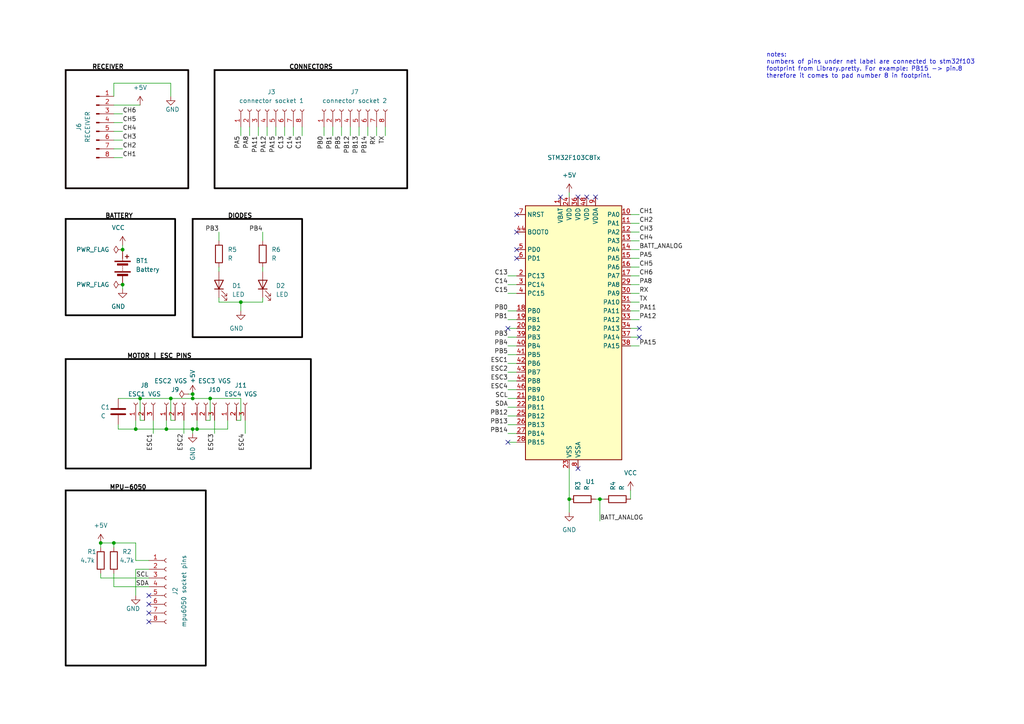
<source format=kicad_sch>
(kicad_sch (version 20230121) (generator eeschema)

  (uuid 800bae83-e8a3-4083-b80a-5af1840ecf10)

  (paper "A4")

  (title_block
    (title "STM32F103 DRONE PROJECT")
    (date "2024-05-07")
    (rev "v1")
    (company "N/A")
    (comment 1 "N/A")
  )

  (lib_symbols
    (symbol "+5V_1" (power) (pin_names (offset 0)) (in_bom yes) (on_board yes)
      (property "Reference" "#PWR07" (at 0 -3.81 0)
        (effects (font (size 1.27 1.27)) hide)
      )
      (property "Value" "+5V" (at 0 5.08 90)
        (effects (font (size 1.27 1.27)))
      )
      (property "Footprint" "" (at 0 0 0)
        (effects (font (size 1.27 1.27)) hide)
      )
      (property "Datasheet" "" (at 0 0 0)
        (effects (font (size 1.27 1.27)) hide)
      )
      (property "ki_keywords" "global power" (at 0 0 0)
        (effects (font (size 1.27 1.27)) hide)
      )
      (property "ki_description" "Power symbol creates a global label with name \"+5V\"" (at 0 0 0)
        (effects (font (size 1.27 1.27)) hide)
      )
      (symbol "+5V_1_0_1"
        (polyline
          (pts
            (xy -0.762 1.27)
            (xy 0 2.54)
          )
          (stroke (width 0) (type default))
          (fill (type none))
        )
        (polyline
          (pts
            (xy 0 0)
            (xy 0 2.54)
          )
          (stroke (width 0) (type default))
          (fill (type none))
        )
        (polyline
          (pts
            (xy 0 2.54)
            (xy 0.762 1.27)
          )
          (stroke (width 0) (type default))
          (fill (type none))
        )
      )
      (symbol "+5V_1_1_1"
        (pin power_in line (at 0 0 90) (length 0) hide
          (name "+5V" (effects (font (size 1.27 1.27))))
          (number "1" (effects (font (size 1.27 1.27))))
        )
      )
    )
    (symbol "+5V_2" (power) (pin_names (offset 0)) (in_bom yes) (on_board yes)
      (property "Reference" "#PWR" (at 0 -3.81 0)
        (effects (font (size 1.27 1.27)) hide)
      )
      (property "Value" "+5V_2" (at 0 3.556 0)
        (effects (font (size 1.27 1.27)))
      )
      (property "Footprint" "" (at 0 0 0)
        (effects (font (size 1.27 1.27)) hide)
      )
      (property "Datasheet" "" (at 0 0 0)
        (effects (font (size 1.27 1.27)) hide)
      )
      (property "ki_keywords" "global power" (at 0 0 0)
        (effects (font (size 1.27 1.27)) hide)
      )
      (property "ki_description" "Power symbol creates a global label with name \"+5V\"" (at 0 0 0)
        (effects (font (size 1.27 1.27)) hide)
      )
      (symbol "+5V_2_0_1"
        (polyline
          (pts
            (xy -0.762 1.27)
            (xy 0 2.54)
          )
          (stroke (width 0) (type default))
          (fill (type none))
        )
        (polyline
          (pts
            (xy 0 0)
            (xy 0 2.54)
          )
          (stroke (width 0) (type default))
          (fill (type none))
        )
        (polyline
          (pts
            (xy 0 2.54)
            (xy 0.762 1.27)
          )
          (stroke (width 0) (type default))
          (fill (type none))
        )
      )
      (symbol "+5V_2_1_1"
        (pin power_in line (at 0 0 90) (length 0) hide
          (name "+5V" (effects (font (size 1.27 1.27))))
          (number "1" (effects (font (size 1.27 1.27))))
        )
      )
    )
    (symbol "+5V_3" (power) (pin_names (offset 0)) (in_bom yes) (on_board yes)
      (property "Reference" "#PWR012" (at 0 -3.81 0)
        (effects (font (size 1.27 1.27)) hide)
      )
      (property "Value" "+5V" (at 0 5.08 0)
        (effects (font (size 1.27 1.27)))
      )
      (property "Footprint" "" (at 0 0 0)
        (effects (font (size 1.27 1.27)) hide)
      )
      (property "Datasheet" "" (at 0 0 0)
        (effects (font (size 1.27 1.27)) hide)
      )
      (property "ki_keywords" "global power" (at 0 0 0)
        (effects (font (size 1.27 1.27)) hide)
      )
      (property "ki_description" "Power symbol creates a global label with name \"+5V\"" (at 0 0 0)
        (effects (font (size 1.27 1.27)) hide)
      )
      (symbol "+5V_3_0_1"
        (polyline
          (pts
            (xy -0.762 1.27)
            (xy 0 2.54)
          )
          (stroke (width 0) (type default))
          (fill (type none))
        )
        (polyline
          (pts
            (xy 0 0)
            (xy 0 2.54)
          )
          (stroke (width 0) (type default))
          (fill (type none))
        )
        (polyline
          (pts
            (xy 0 2.54)
            (xy 0.762 1.27)
          )
          (stroke (width 0) (type default))
          (fill (type none))
        )
      )
      (symbol "+5V_3_1_1"
        (pin power_out line (at 0 0 90) (length 0) hide
          (name "+5V" (effects (font (size 1.27 1.27))))
          (number "1" (effects (font (size 1.27 1.27))))
        )
      )
    )
    (symbol "Connector:Conn_01x03_Socket" (pin_names (offset 1.016) hide) (in_bom yes) (on_board yes)
      (property "Reference" "J" (at 0 5.08 0)
        (effects (font (size 1.27 1.27)))
      )
      (property "Value" "Conn_01x03_Socket" (at 0 -5.08 0)
        (effects (font (size 1.27 1.27)))
      )
      (property "Footprint" "" (at 0 0 0)
        (effects (font (size 1.27 1.27)) hide)
      )
      (property "Datasheet" "~" (at 0 0 0)
        (effects (font (size 1.27 1.27)) hide)
      )
      (property "ki_locked" "" (at 0 0 0)
        (effects (font (size 1.27 1.27)))
      )
      (property "ki_keywords" "connector" (at 0 0 0)
        (effects (font (size 1.27 1.27)) hide)
      )
      (property "ki_description" "Generic connector, single row, 01x03, script generated" (at 0 0 0)
        (effects (font (size 1.27 1.27)) hide)
      )
      (property "ki_fp_filters" "Connector*:*_1x??_*" (at 0 0 0)
        (effects (font (size 1.27 1.27)) hide)
      )
      (symbol "Conn_01x03_Socket_1_1"
        (arc (start 0 -2.032) (mid -0.5058 -2.54) (end 0 -3.048)
          (stroke (width 0.1524) (type default))
          (fill (type none))
        )
        (polyline
          (pts
            (xy -1.27 -2.54)
            (xy -0.508 -2.54)
          )
          (stroke (width 0.1524) (type default))
          (fill (type none))
        )
        (polyline
          (pts
            (xy -1.27 0)
            (xy -0.508 0)
          )
          (stroke (width 0.1524) (type default))
          (fill (type none))
        )
        (polyline
          (pts
            (xy -1.27 2.54)
            (xy -0.508 2.54)
          )
          (stroke (width 0.1524) (type default))
          (fill (type none))
        )
        (arc (start 0 0.508) (mid -0.5058 0) (end 0 -0.508)
          (stroke (width 0.1524) (type default))
          (fill (type none))
        )
        (arc (start 0 3.048) (mid -0.5058 2.54) (end 0 2.032)
          (stroke (width 0.1524) (type default))
          (fill (type none))
        )
        (pin passive line (at -5.08 2.54 0) (length 3.81)
          (name "Pin_1" (effects (font (size 1.27 1.27))))
          (number "1" (effects (font (size 1.27 1.27))))
        )
        (pin passive line (at -5.08 0 0) (length 3.81)
          (name "Pin_2" (effects (font (size 1.27 1.27))))
          (number "2" (effects (font (size 1.27 1.27))))
        )
        (pin passive line (at -5.08 -2.54 0) (length 3.81)
          (name "Pin_3" (effects (font (size 1.27 1.27))))
          (number "3" (effects (font (size 1.27 1.27))))
        )
      )
    )
    (symbol "Connector:Conn_01x08_Pin" (pin_names (offset 1.016) hide) (in_bom yes) (on_board yes)
      (property "Reference" "J" (at 0 10.16 0)
        (effects (font (size 1.27 1.27)))
      )
      (property "Value" "Conn_01x08_Pin" (at 0 -12.7 0)
        (effects (font (size 1.27 1.27)))
      )
      (property "Footprint" "" (at 0 0 0)
        (effects (font (size 1.27 1.27)) hide)
      )
      (property "Datasheet" "~" (at 0 0 0)
        (effects (font (size 1.27 1.27)) hide)
      )
      (property "ki_locked" "" (at 0 0 0)
        (effects (font (size 1.27 1.27)))
      )
      (property "ki_keywords" "connector" (at 0 0 0)
        (effects (font (size 1.27 1.27)) hide)
      )
      (property "ki_description" "Generic connector, single row, 01x08, script generated" (at 0 0 0)
        (effects (font (size 1.27 1.27)) hide)
      )
      (property "ki_fp_filters" "Connector*:*_1x??_*" (at 0 0 0)
        (effects (font (size 1.27 1.27)) hide)
      )
      (symbol "Conn_01x08_Pin_1_1"
        (polyline
          (pts
            (xy 1.27 -10.16)
            (xy 0.8636 -10.16)
          )
          (stroke (width 0.1524) (type default))
          (fill (type none))
        )
        (polyline
          (pts
            (xy 1.27 -7.62)
            (xy 0.8636 -7.62)
          )
          (stroke (width 0.1524) (type default))
          (fill (type none))
        )
        (polyline
          (pts
            (xy 1.27 -5.08)
            (xy 0.8636 -5.08)
          )
          (stroke (width 0.1524) (type default))
          (fill (type none))
        )
        (polyline
          (pts
            (xy 1.27 -2.54)
            (xy 0.8636 -2.54)
          )
          (stroke (width 0.1524) (type default))
          (fill (type none))
        )
        (polyline
          (pts
            (xy 1.27 0)
            (xy 0.8636 0)
          )
          (stroke (width 0.1524) (type default))
          (fill (type none))
        )
        (polyline
          (pts
            (xy 1.27 2.54)
            (xy 0.8636 2.54)
          )
          (stroke (width 0.1524) (type default))
          (fill (type none))
        )
        (polyline
          (pts
            (xy 1.27 5.08)
            (xy 0.8636 5.08)
          )
          (stroke (width 0.1524) (type default))
          (fill (type none))
        )
        (polyline
          (pts
            (xy 1.27 7.62)
            (xy 0.8636 7.62)
          )
          (stroke (width 0.1524) (type default))
          (fill (type none))
        )
        (rectangle (start 0.8636 -10.033) (end 0 -10.287)
          (stroke (width 0.1524) (type default))
          (fill (type outline))
        )
        (rectangle (start 0.8636 -7.493) (end 0 -7.747)
          (stroke (width 0.1524) (type default))
          (fill (type outline))
        )
        (rectangle (start 0.8636 -4.953) (end 0 -5.207)
          (stroke (width 0.1524) (type default))
          (fill (type outline))
        )
        (rectangle (start 0.8636 -2.413) (end 0 -2.667)
          (stroke (width 0.1524) (type default))
          (fill (type outline))
        )
        (rectangle (start 0.8636 0.127) (end 0 -0.127)
          (stroke (width 0.1524) (type default))
          (fill (type outline))
        )
        (rectangle (start 0.8636 2.667) (end 0 2.413)
          (stroke (width 0.1524) (type default))
          (fill (type outline))
        )
        (rectangle (start 0.8636 5.207) (end 0 4.953)
          (stroke (width 0.1524) (type default))
          (fill (type outline))
        )
        (rectangle (start 0.8636 7.747) (end 0 7.493)
          (stroke (width 0.1524) (type default))
          (fill (type outline))
        )
        (pin passive line (at 5.08 7.62 180) (length 3.81)
          (name "Pin_1" (effects (font (size 1.27 1.27))))
          (number "1" (effects (font (size 1.27 1.27))))
        )
        (pin passive line (at 5.08 5.08 180) (length 3.81)
          (name "Pin_2" (effects (font (size 1.27 1.27))))
          (number "2" (effects (font (size 1.27 1.27))))
        )
        (pin passive line (at 5.08 2.54 180) (length 3.81)
          (name "Pin_3" (effects (font (size 1.27 1.27))))
          (number "3" (effects (font (size 1.27 1.27))))
        )
        (pin passive line (at 5.08 0 180) (length 3.81)
          (name "Pin_4" (effects (font (size 1.27 1.27))))
          (number "4" (effects (font (size 1.27 1.27))))
        )
        (pin passive line (at 5.08 -2.54 180) (length 3.81)
          (name "Pin_5" (effects (font (size 1.27 1.27))))
          (number "5" (effects (font (size 1.27 1.27))))
        )
        (pin passive line (at 5.08 -5.08 180) (length 3.81)
          (name "Pin_6" (effects (font (size 1.27 1.27))))
          (number "6" (effects (font (size 1.27 1.27))))
        )
        (pin passive line (at 5.08 -7.62 180) (length 3.81)
          (name "Pin_7" (effects (font (size 1.27 1.27))))
          (number "7" (effects (font (size 1.27 1.27))))
        )
        (pin passive line (at 5.08 -10.16 180) (length 3.81)
          (name "Pin_8" (effects (font (size 1.27 1.27))))
          (number "8" (effects (font (size 1.27 1.27))))
        )
      )
    )
    (symbol "Connector:Conn_01x08_Socket" (pin_names (offset 1.016) hide) (in_bom yes) (on_board yes)
      (property "Reference" "J" (at 0 10.16 0)
        (effects (font (size 1.27 1.27)))
      )
      (property "Value" "Conn_01x08_Socket" (at 0 -12.7 0)
        (effects (font (size 1.27 1.27)))
      )
      (property "Footprint" "" (at 0 0 0)
        (effects (font (size 1.27 1.27)) hide)
      )
      (property "Datasheet" "~" (at 0 0 0)
        (effects (font (size 1.27 1.27)) hide)
      )
      (property "ki_locked" "" (at 0 0 0)
        (effects (font (size 1.27 1.27)))
      )
      (property "ki_keywords" "connector" (at 0 0 0)
        (effects (font (size 1.27 1.27)) hide)
      )
      (property "ki_description" "Generic connector, single row, 01x08, script generated" (at 0 0 0)
        (effects (font (size 1.27 1.27)) hide)
      )
      (property "ki_fp_filters" "Connector*:*_1x??_*" (at 0 0 0)
        (effects (font (size 1.27 1.27)) hide)
      )
      (symbol "Conn_01x08_Socket_1_1"
        (arc (start 0 -9.652) (mid -0.5058 -10.16) (end 0 -10.668)
          (stroke (width 0.1524) (type default))
          (fill (type none))
        )
        (arc (start 0 -7.112) (mid -0.5058 -7.62) (end 0 -8.128)
          (stroke (width 0.1524) (type default))
          (fill (type none))
        )
        (arc (start 0 -4.572) (mid -0.5058 -5.08) (end 0 -5.588)
          (stroke (width 0.1524) (type default))
          (fill (type none))
        )
        (arc (start 0 -2.032) (mid -0.5058 -2.54) (end 0 -3.048)
          (stroke (width 0.1524) (type default))
          (fill (type none))
        )
        (polyline
          (pts
            (xy -1.27 -10.16)
            (xy -0.508 -10.16)
          )
          (stroke (width 0.1524) (type default))
          (fill (type none))
        )
        (polyline
          (pts
            (xy -1.27 -7.62)
            (xy -0.508 -7.62)
          )
          (stroke (width 0.1524) (type default))
          (fill (type none))
        )
        (polyline
          (pts
            (xy -1.27 -5.08)
            (xy -0.508 -5.08)
          )
          (stroke (width 0.1524) (type default))
          (fill (type none))
        )
        (polyline
          (pts
            (xy -1.27 -2.54)
            (xy -0.508 -2.54)
          )
          (stroke (width 0.1524) (type default))
          (fill (type none))
        )
        (polyline
          (pts
            (xy -1.27 0)
            (xy -0.508 0)
          )
          (stroke (width 0.1524) (type default))
          (fill (type none))
        )
        (polyline
          (pts
            (xy -1.27 2.54)
            (xy -0.508 2.54)
          )
          (stroke (width 0.1524) (type default))
          (fill (type none))
        )
        (polyline
          (pts
            (xy -1.27 5.08)
            (xy -0.508 5.08)
          )
          (stroke (width 0.1524) (type default))
          (fill (type none))
        )
        (polyline
          (pts
            (xy -1.27 7.62)
            (xy -0.508 7.62)
          )
          (stroke (width 0.1524) (type default))
          (fill (type none))
        )
        (arc (start 0 0.508) (mid -0.5058 0) (end 0 -0.508)
          (stroke (width 0.1524) (type default))
          (fill (type none))
        )
        (arc (start 0 3.048) (mid -0.5058 2.54) (end 0 2.032)
          (stroke (width 0.1524) (type default))
          (fill (type none))
        )
        (arc (start 0 5.588) (mid -0.5058 5.08) (end 0 4.572)
          (stroke (width 0.1524) (type default))
          (fill (type none))
        )
        (arc (start 0 8.128) (mid -0.5058 7.62) (end 0 7.112)
          (stroke (width 0.1524) (type default))
          (fill (type none))
        )
        (pin passive line (at -5.08 7.62 0) (length 3.81)
          (name "Pin_1" (effects (font (size 1.27 1.27))))
          (number "1" (effects (font (size 1.27 1.27))))
        )
        (pin passive line (at -5.08 5.08 0) (length 3.81)
          (name "Pin_2" (effects (font (size 1.27 1.27))))
          (number "2" (effects (font (size 1.27 1.27))))
        )
        (pin passive line (at -5.08 2.54 0) (length 3.81)
          (name "Pin_3" (effects (font (size 1.27 1.27))))
          (number "3" (effects (font (size 1.27 1.27))))
        )
        (pin passive line (at -5.08 0 0) (length 3.81)
          (name "Pin_4" (effects (font (size 1.27 1.27))))
          (number "4" (effects (font (size 1.27 1.27))))
        )
        (pin passive line (at -5.08 -2.54 0) (length 3.81)
          (name "Pin_5" (effects (font (size 1.27 1.27))))
          (number "5" (effects (font (size 1.27 1.27))))
        )
        (pin passive line (at -5.08 -5.08 0) (length 3.81)
          (name "Pin_6" (effects (font (size 1.27 1.27))))
          (number "6" (effects (font (size 1.27 1.27))))
        )
        (pin passive line (at -5.08 -7.62 0) (length 3.81)
          (name "Pin_7" (effects (font (size 1.27 1.27))))
          (number "7" (effects (font (size 1.27 1.27))))
        )
        (pin passive line (at -5.08 -10.16 0) (length 3.81)
          (name "Pin_8" (effects (font (size 1.27 1.27))))
          (number "8" (effects (font (size 1.27 1.27))))
        )
      )
    )
    (symbol "Device:Battery" (pin_numbers hide) (pin_names (offset 0) hide) (in_bom yes) (on_board yes)
      (property "Reference" "BT" (at 2.54 2.54 0)
        (effects (font (size 1.27 1.27)) (justify left))
      )
      (property "Value" "Battery" (at 2.54 0 0)
        (effects (font (size 1.27 1.27)) (justify left))
      )
      (property "Footprint" "" (at 0 1.524 90)
        (effects (font (size 1.27 1.27)) hide)
      )
      (property "Datasheet" "~" (at 0 1.524 90)
        (effects (font (size 1.27 1.27)) hide)
      )
      (property "ki_keywords" "batt voltage-source cell" (at 0 0 0)
        (effects (font (size 1.27 1.27)) hide)
      )
      (property "ki_description" "Multiple-cell battery" (at 0 0 0)
        (effects (font (size 1.27 1.27)) hide)
      )
      (symbol "Battery_0_1"
        (rectangle (start -2.286 -1.27) (end 2.286 -1.524)
          (stroke (width 0) (type default))
          (fill (type outline))
        )
        (rectangle (start -2.286 1.778) (end 2.286 1.524)
          (stroke (width 0) (type default))
          (fill (type outline))
        )
        (rectangle (start -1.524 -2.032) (end 1.524 -2.54)
          (stroke (width 0) (type default))
          (fill (type outline))
        )
        (rectangle (start -1.524 1.016) (end 1.524 0.508)
          (stroke (width 0) (type default))
          (fill (type outline))
        )
        (polyline
          (pts
            (xy 0 -1.016)
            (xy 0 -0.762)
          )
          (stroke (width 0) (type default))
          (fill (type none))
        )
        (polyline
          (pts
            (xy 0 -0.508)
            (xy 0 -0.254)
          )
          (stroke (width 0) (type default))
          (fill (type none))
        )
        (polyline
          (pts
            (xy 0 0)
            (xy 0 0.254)
          )
          (stroke (width 0) (type default))
          (fill (type none))
        )
        (polyline
          (pts
            (xy 0 1.778)
            (xy 0 2.54)
          )
          (stroke (width 0) (type default))
          (fill (type none))
        )
        (polyline
          (pts
            (xy 0.762 3.048)
            (xy 1.778 3.048)
          )
          (stroke (width 0.254) (type default))
          (fill (type none))
        )
        (polyline
          (pts
            (xy 1.27 3.556)
            (xy 1.27 2.54)
          )
          (stroke (width 0.254) (type default))
          (fill (type none))
        )
      )
      (symbol "Battery_1_1"
        (pin passive line (at 0 5.08 270) (length 2.54)
          (name "+" (effects (font (size 1.27 1.27))))
          (number "1" (effects (font (size 1.27 1.27))))
        )
        (pin passive line (at 0 -5.08 90) (length 2.54)
          (name "-" (effects (font (size 1.27 1.27))))
          (number "2" (effects (font (size 1.27 1.27))))
        )
      )
    )
    (symbol "Device:C" (pin_numbers hide) (pin_names (offset 0.254)) (in_bom yes) (on_board yes)
      (property "Reference" "C" (at 0.635 2.54 0)
        (effects (font (size 1.27 1.27)) (justify left))
      )
      (property "Value" "C" (at 0.635 -2.54 0)
        (effects (font (size 1.27 1.27)) (justify left))
      )
      (property "Footprint" "" (at 0.9652 -3.81 0)
        (effects (font (size 1.27 1.27)) hide)
      )
      (property "Datasheet" "~" (at 0 0 0)
        (effects (font (size 1.27 1.27)) hide)
      )
      (property "ki_keywords" "cap capacitor" (at 0 0 0)
        (effects (font (size 1.27 1.27)) hide)
      )
      (property "ki_description" "Unpolarized capacitor" (at 0 0 0)
        (effects (font (size 1.27 1.27)) hide)
      )
      (property "ki_fp_filters" "C_*" (at 0 0 0)
        (effects (font (size 1.27 1.27)) hide)
      )
      (symbol "C_0_1"
        (polyline
          (pts
            (xy -2.032 -0.762)
            (xy 2.032 -0.762)
          )
          (stroke (width 0.508) (type default))
          (fill (type none))
        )
        (polyline
          (pts
            (xy -2.032 0.762)
            (xy 2.032 0.762)
          )
          (stroke (width 0.508) (type default))
          (fill (type none))
        )
      )
      (symbol "C_1_1"
        (pin passive line (at 0 3.81 270) (length 2.794)
          (name "~" (effects (font (size 1.27 1.27))))
          (number "1" (effects (font (size 1.27 1.27))))
        )
        (pin passive line (at 0 -3.81 90) (length 2.794)
          (name "~" (effects (font (size 1.27 1.27))))
          (number "2" (effects (font (size 1.27 1.27))))
        )
      )
    )
    (symbol "Device:LED" (pin_numbers hide) (pin_names (offset 1.016) hide) (in_bom yes) (on_board yes)
      (property "Reference" "D" (at 0 2.54 0)
        (effects (font (size 1.27 1.27)))
      )
      (property "Value" "LED" (at 0 -2.54 0)
        (effects (font (size 1.27 1.27)))
      )
      (property "Footprint" "" (at 0 0 0)
        (effects (font (size 1.27 1.27)) hide)
      )
      (property "Datasheet" "~" (at 0 0 0)
        (effects (font (size 1.27 1.27)) hide)
      )
      (property "ki_keywords" "LED diode" (at 0 0 0)
        (effects (font (size 1.27 1.27)) hide)
      )
      (property "ki_description" "Light emitting diode" (at 0 0 0)
        (effects (font (size 1.27 1.27)) hide)
      )
      (property "ki_fp_filters" "LED* LED_SMD:* LED_THT:*" (at 0 0 0)
        (effects (font (size 1.27 1.27)) hide)
      )
      (symbol "LED_0_1"
        (polyline
          (pts
            (xy -1.27 -1.27)
            (xy -1.27 1.27)
          )
          (stroke (width 0.254) (type default))
          (fill (type none))
        )
        (polyline
          (pts
            (xy -1.27 0)
            (xy 1.27 0)
          )
          (stroke (width 0) (type default))
          (fill (type none))
        )
        (polyline
          (pts
            (xy 1.27 -1.27)
            (xy 1.27 1.27)
            (xy -1.27 0)
            (xy 1.27 -1.27)
          )
          (stroke (width 0.254) (type default))
          (fill (type none))
        )
        (polyline
          (pts
            (xy -3.048 -0.762)
            (xy -4.572 -2.286)
            (xy -3.81 -2.286)
            (xy -4.572 -2.286)
            (xy -4.572 -1.524)
          )
          (stroke (width 0) (type default))
          (fill (type none))
        )
        (polyline
          (pts
            (xy -1.778 -0.762)
            (xy -3.302 -2.286)
            (xy -2.54 -2.286)
            (xy -3.302 -2.286)
            (xy -3.302 -1.524)
          )
          (stroke (width 0) (type default))
          (fill (type none))
        )
      )
      (symbol "LED_1_1"
        (pin passive line (at -3.81 0 0) (length 2.54)
          (name "K" (effects (font (size 1.27 1.27))))
          (number "1" (effects (font (size 1.27 1.27))))
        )
        (pin passive line (at 3.81 0 180) (length 2.54)
          (name "A" (effects (font (size 1.27 1.27))))
          (number "2" (effects (font (size 1.27 1.27))))
        )
      )
    )
    (symbol "Device:R" (pin_numbers hide) (pin_names (offset 0)) (in_bom yes) (on_board yes)
      (property "Reference" "R" (at 2.032 0 90)
        (effects (font (size 1.27 1.27)))
      )
      (property "Value" "R" (at 0 0 90)
        (effects (font (size 1.27 1.27)))
      )
      (property "Footprint" "" (at -1.778 0 90)
        (effects (font (size 1.27 1.27)) hide)
      )
      (property "Datasheet" "~" (at 0 0 0)
        (effects (font (size 1.27 1.27)) hide)
      )
      (property "ki_keywords" "R res resistor" (at 0 0 0)
        (effects (font (size 1.27 1.27)) hide)
      )
      (property "ki_description" "Resistor" (at 0 0 0)
        (effects (font (size 1.27 1.27)) hide)
      )
      (property "ki_fp_filters" "R_*" (at 0 0 0)
        (effects (font (size 1.27 1.27)) hide)
      )
      (symbol "R_0_1"
        (rectangle (start -1.016 -2.54) (end 1.016 2.54)
          (stroke (width 0.254) (type default))
          (fill (type none))
        )
      )
      (symbol "R_1_1"
        (pin passive line (at 0 3.81 270) (length 1.27)
          (name "~" (effects (font (size 1.27 1.27))))
          (number "1" (effects (font (size 1.27 1.27))))
        )
        (pin passive line (at 0 -3.81 90) (length 1.27)
          (name "~" (effects (font (size 1.27 1.27))))
          (number "2" (effects (font (size 1.27 1.27))))
        )
      )
    )
    (symbol "MCU_ST_STM32F1:STM32F103C8Tx" (in_bom yes) (on_board yes)
      (property "Reference" "U" (at -12.7 39.37 0)
        (effects (font (size 1.27 1.27)) (justify left))
      )
      (property "Value" "STM32F103C8Tx" (at 10.16 39.37 0)
        (effects (font (size 1.27 1.27)) (justify left))
      )
      (property "Footprint" "Package_QFP:LQFP-48_7x7mm_P0.5mm" (at -12.7 -35.56 0)
        (effects (font (size 1.27 1.27)) (justify right) hide)
      )
      (property "Datasheet" "https://www.st.com/resource/en/datasheet/stm32f103c8.pdf" (at 0 0 0)
        (effects (font (size 1.27 1.27)) hide)
      )
      (property "ki_locked" "" (at 0 0 0)
        (effects (font (size 1.27 1.27)))
      )
      (property "ki_keywords" "Arm Cortex-M3 STM32F1 STM32F103" (at 0 0 0)
        (effects (font (size 1.27 1.27)) hide)
      )
      (property "ki_description" "STMicroelectronics Arm Cortex-M3 MCU, 64KB flash, 20KB RAM, 72 MHz, 2.0-3.6V, 37 GPIO, LQFP48" (at 0 0 0)
        (effects (font (size 1.27 1.27)) hide)
      )
      (property "ki_fp_filters" "LQFP*7x7mm*P0.5mm*" (at 0 0 0)
        (effects (font (size 1.27 1.27)) hide)
      )
      (symbol "STM32F103C8Tx_0_1"
        (rectangle (start -12.7 -35.56) (end 15.24 38.1)
          (stroke (width 0.254) (type default))
          (fill (type background))
        )
      )
      (symbol "STM32F103C8Tx_1_1"
        (pin power_in line (at -2.54 40.64 270) (length 2.54)
          (name "VBAT" (effects (font (size 1.27 1.27))))
          (number "1" (effects (font (size 1.27 1.27))))
        )
        (pin bidirectional line (at 17.78 35.56 180) (length 2.54)
          (name "PA0" (effects (font (size 1.27 1.27))))
          (number "10" (effects (font (size 1.27 1.27))))
          (alternate "ADC1_IN0" bidirectional line)
          (alternate "ADC2_IN0" bidirectional line)
          (alternate "SYS_WKUP" bidirectional line)
          (alternate "TIM2_CH1" bidirectional line)
          (alternate "TIM2_ETR" bidirectional line)
          (alternate "USART2_CTS" bidirectional line)
        )
        (pin bidirectional line (at 17.78 33.02 180) (length 2.54)
          (name "PA1" (effects (font (size 1.27 1.27))))
          (number "11" (effects (font (size 1.27 1.27))))
          (alternate "ADC1_IN1" bidirectional line)
          (alternate "ADC2_IN1" bidirectional line)
          (alternate "TIM2_CH2" bidirectional line)
          (alternate "USART2_RTS" bidirectional line)
        )
        (pin bidirectional line (at 17.78 30.48 180) (length 2.54)
          (name "PA2" (effects (font (size 1.27 1.27))))
          (number "12" (effects (font (size 1.27 1.27))))
          (alternate "ADC1_IN2" bidirectional line)
          (alternate "ADC2_IN2" bidirectional line)
          (alternate "TIM2_CH3" bidirectional line)
          (alternate "USART2_TX" bidirectional line)
        )
        (pin bidirectional line (at 17.78 27.94 180) (length 2.54)
          (name "PA3" (effects (font (size 1.27 1.27))))
          (number "13" (effects (font (size 1.27 1.27))))
          (alternate "ADC1_IN3" bidirectional line)
          (alternate "ADC2_IN3" bidirectional line)
          (alternate "TIM2_CH4" bidirectional line)
          (alternate "USART2_RX" bidirectional line)
        )
        (pin bidirectional line (at 17.78 25.4 180) (length 2.54)
          (name "PA4" (effects (font (size 1.27 1.27))))
          (number "14" (effects (font (size 1.27 1.27))))
          (alternate "ADC1_IN4" bidirectional line)
          (alternate "ADC2_IN4" bidirectional line)
          (alternate "SPI1_NSS" bidirectional line)
          (alternate "USART2_CK" bidirectional line)
        )
        (pin bidirectional line (at 17.78 22.86 180) (length 2.54)
          (name "PA5" (effects (font (size 1.27 1.27))))
          (number "15" (effects (font (size 1.27 1.27))))
          (alternate "ADC1_IN5" bidirectional line)
          (alternate "ADC2_IN5" bidirectional line)
          (alternate "SPI1_SCK" bidirectional line)
        )
        (pin bidirectional line (at 17.78 20.32 180) (length 2.54)
          (name "PA6" (effects (font (size 1.27 1.27))))
          (number "16" (effects (font (size 1.27 1.27))))
          (alternate "ADC1_IN6" bidirectional line)
          (alternate "ADC2_IN6" bidirectional line)
          (alternate "SPI1_MISO" bidirectional line)
          (alternate "TIM1_BKIN" bidirectional line)
          (alternate "TIM3_CH1" bidirectional line)
        )
        (pin bidirectional line (at 17.78 17.78 180) (length 2.54)
          (name "PA7" (effects (font (size 1.27 1.27))))
          (number "17" (effects (font (size 1.27 1.27))))
          (alternate "ADC1_IN7" bidirectional line)
          (alternate "ADC2_IN7" bidirectional line)
          (alternate "SPI1_MOSI" bidirectional line)
          (alternate "TIM1_CH1N" bidirectional line)
          (alternate "TIM3_CH2" bidirectional line)
        )
        (pin bidirectional line (at -15.24 7.62 0) (length 2.54)
          (name "PB0" (effects (font (size 1.27 1.27))))
          (number "18" (effects (font (size 1.27 1.27))))
          (alternate "ADC1_IN8" bidirectional line)
          (alternate "ADC2_IN8" bidirectional line)
          (alternate "TIM1_CH2N" bidirectional line)
          (alternate "TIM3_CH3" bidirectional line)
        )
        (pin bidirectional line (at -15.24 5.08 0) (length 2.54)
          (name "PB1" (effects (font (size 1.27 1.27))))
          (number "19" (effects (font (size 1.27 1.27))))
          (alternate "ADC1_IN9" bidirectional line)
          (alternate "ADC2_IN9" bidirectional line)
          (alternate "TIM1_CH3N" bidirectional line)
          (alternate "TIM3_CH4" bidirectional line)
        )
        (pin bidirectional line (at -15.24 17.78 0) (length 2.54)
          (name "PC13" (effects (font (size 1.27 1.27))))
          (number "2" (effects (font (size 1.27 1.27))))
          (alternate "RTC_OUT" bidirectional line)
          (alternate "RTC_TAMPER" bidirectional line)
        )
        (pin bidirectional line (at -15.24 2.54 0) (length 2.54)
          (name "PB2" (effects (font (size 1.27 1.27))))
          (number "20" (effects (font (size 1.27 1.27))))
        )
        (pin bidirectional line (at -15.24 -17.78 0) (length 2.54)
          (name "PB10" (effects (font (size 1.27 1.27))))
          (number "21" (effects (font (size 1.27 1.27))))
          (alternate "I2C2_SCL" bidirectional line)
          (alternate "TIM2_CH3" bidirectional line)
          (alternate "USART3_TX" bidirectional line)
        )
        (pin bidirectional line (at -15.24 -20.32 0) (length 2.54)
          (name "PB11" (effects (font (size 1.27 1.27))))
          (number "22" (effects (font (size 1.27 1.27))))
          (alternate "ADC1_EXTI11" bidirectional line)
          (alternate "ADC2_EXTI11" bidirectional line)
          (alternate "I2C2_SDA" bidirectional line)
          (alternate "TIM2_CH4" bidirectional line)
          (alternate "USART3_RX" bidirectional line)
        )
        (pin power_in line (at 0 -38.1 90) (length 2.54)
          (name "VSS" (effects (font (size 1.27 1.27))))
          (number "23" (effects (font (size 1.27 1.27))))
        )
        (pin power_in line (at 0 40.64 270) (length 2.54)
          (name "VDD" (effects (font (size 1.27 1.27))))
          (number "24" (effects (font (size 1.27 1.27))))
        )
        (pin bidirectional line (at -15.24 -22.86 0) (length 2.54)
          (name "PB12" (effects (font (size 1.27 1.27))))
          (number "25" (effects (font (size 1.27 1.27))))
          (alternate "I2C2_SMBA" bidirectional line)
          (alternate "SPI2_NSS" bidirectional line)
          (alternate "TIM1_BKIN" bidirectional line)
          (alternate "USART3_CK" bidirectional line)
        )
        (pin bidirectional line (at -15.24 -25.4 0) (length 2.54)
          (name "PB13" (effects (font (size 1.27 1.27))))
          (number "26" (effects (font (size 1.27 1.27))))
          (alternate "SPI2_SCK" bidirectional line)
          (alternate "TIM1_CH1N" bidirectional line)
          (alternate "USART3_CTS" bidirectional line)
        )
        (pin bidirectional line (at -15.24 -27.94 0) (length 2.54)
          (name "PB14" (effects (font (size 1.27 1.27))))
          (number "27" (effects (font (size 1.27 1.27))))
          (alternate "SPI2_MISO" bidirectional line)
          (alternate "TIM1_CH2N" bidirectional line)
          (alternate "USART3_RTS" bidirectional line)
        )
        (pin bidirectional line (at -15.24 -30.48 0) (length 2.54)
          (name "PB15" (effects (font (size 1.27 1.27))))
          (number "28" (effects (font (size 1.27 1.27))))
          (alternate "ADC1_EXTI15" bidirectional line)
          (alternate "ADC2_EXTI15" bidirectional line)
          (alternate "SPI2_MOSI" bidirectional line)
          (alternate "TIM1_CH3N" bidirectional line)
        )
        (pin bidirectional line (at 17.78 15.24 180) (length 2.54)
          (name "PA8" (effects (font (size 1.27 1.27))))
          (number "29" (effects (font (size 1.27 1.27))))
          (alternate "RCC_MCO" bidirectional line)
          (alternate "TIM1_CH1" bidirectional line)
          (alternate "USART1_CK" bidirectional line)
        )
        (pin bidirectional line (at -15.24 15.24 0) (length 2.54)
          (name "PC14" (effects (font (size 1.27 1.27))))
          (number "3" (effects (font (size 1.27 1.27))))
          (alternate "RCC_OSC32_IN" bidirectional line)
        )
        (pin bidirectional line (at 17.78 12.7 180) (length 2.54)
          (name "PA9" (effects (font (size 1.27 1.27))))
          (number "30" (effects (font (size 1.27 1.27))))
          (alternate "TIM1_CH2" bidirectional line)
          (alternate "USART1_TX" bidirectional line)
        )
        (pin bidirectional line (at 17.78 10.16 180) (length 2.54)
          (name "PA10" (effects (font (size 1.27 1.27))))
          (number "31" (effects (font (size 1.27 1.27))))
          (alternate "TIM1_CH3" bidirectional line)
          (alternate "USART1_RX" bidirectional line)
        )
        (pin bidirectional line (at 17.78 7.62 180) (length 2.54)
          (name "PA11" (effects (font (size 1.27 1.27))))
          (number "32" (effects (font (size 1.27 1.27))))
          (alternate "ADC1_EXTI11" bidirectional line)
          (alternate "ADC2_EXTI11" bidirectional line)
          (alternate "CAN_RX" bidirectional line)
          (alternate "TIM1_CH4" bidirectional line)
          (alternate "USART1_CTS" bidirectional line)
          (alternate "USB_DM" bidirectional line)
        )
        (pin bidirectional line (at 17.78 5.08 180) (length 2.54)
          (name "PA12" (effects (font (size 1.27 1.27))))
          (number "33" (effects (font (size 1.27 1.27))))
          (alternate "CAN_TX" bidirectional line)
          (alternate "TIM1_ETR" bidirectional line)
          (alternate "USART1_RTS" bidirectional line)
          (alternate "USB_DP" bidirectional line)
        )
        (pin bidirectional line (at 17.78 2.54 180) (length 2.54)
          (name "PA13" (effects (font (size 1.27 1.27))))
          (number "34" (effects (font (size 1.27 1.27))))
          (alternate "SYS_JTMS-SWDIO" bidirectional line)
        )
        (pin passive line (at 0 -38.1 90) (length 2.54) hide
          (name "VSS" (effects (font (size 1.27 1.27))))
          (number "35" (effects (font (size 1.27 1.27))))
        )
        (pin power_in line (at 2.54 40.64 270) (length 2.54)
          (name "VDD" (effects (font (size 1.27 1.27))))
          (number "36" (effects (font (size 1.27 1.27))))
        )
        (pin bidirectional line (at 17.78 0 180) (length 2.54)
          (name "PA14" (effects (font (size 1.27 1.27))))
          (number "37" (effects (font (size 1.27 1.27))))
          (alternate "SYS_JTCK-SWCLK" bidirectional line)
        )
        (pin bidirectional line (at 17.78 -2.54 180) (length 2.54)
          (name "PA15" (effects (font (size 1.27 1.27))))
          (number "38" (effects (font (size 1.27 1.27))))
          (alternate "ADC1_EXTI15" bidirectional line)
          (alternate "ADC2_EXTI15" bidirectional line)
          (alternate "SPI1_NSS" bidirectional line)
          (alternate "SYS_JTDI" bidirectional line)
          (alternate "TIM2_CH1" bidirectional line)
          (alternate "TIM2_ETR" bidirectional line)
        )
        (pin bidirectional line (at -15.24 0 0) (length 2.54)
          (name "PB3" (effects (font (size 1.27 1.27))))
          (number "39" (effects (font (size 1.27 1.27))))
          (alternate "SPI1_SCK" bidirectional line)
          (alternate "SYS_JTDO-TRACESWO" bidirectional line)
          (alternate "TIM2_CH2" bidirectional line)
        )
        (pin bidirectional line (at -15.24 12.7 0) (length 2.54)
          (name "PC15" (effects (font (size 1.27 1.27))))
          (number "4" (effects (font (size 1.27 1.27))))
          (alternate "ADC1_EXTI15" bidirectional line)
          (alternate "ADC2_EXTI15" bidirectional line)
          (alternate "RCC_OSC32_OUT" bidirectional line)
        )
        (pin bidirectional line (at -15.24 -2.54 0) (length 2.54)
          (name "PB4" (effects (font (size 1.27 1.27))))
          (number "40" (effects (font (size 1.27 1.27))))
          (alternate "SPI1_MISO" bidirectional line)
          (alternate "SYS_NJTRST" bidirectional line)
          (alternate "TIM3_CH1" bidirectional line)
        )
        (pin bidirectional line (at -15.24 -5.08 0) (length 2.54)
          (name "PB5" (effects (font (size 1.27 1.27))))
          (number "41" (effects (font (size 1.27 1.27))))
          (alternate "I2C1_SMBA" bidirectional line)
          (alternate "SPI1_MOSI" bidirectional line)
          (alternate "TIM3_CH2" bidirectional line)
        )
        (pin bidirectional line (at -15.24 -7.62 0) (length 2.54)
          (name "PB6" (effects (font (size 1.27 1.27))))
          (number "42" (effects (font (size 1.27 1.27))))
          (alternate "I2C1_SCL" bidirectional line)
          (alternate "TIM4_CH1" bidirectional line)
          (alternate "USART1_TX" bidirectional line)
        )
        (pin bidirectional line (at -15.24 -10.16 0) (length 2.54)
          (name "PB7" (effects (font (size 1.27 1.27))))
          (number "43" (effects (font (size 1.27 1.27))))
          (alternate "I2C1_SDA" bidirectional line)
          (alternate "TIM4_CH2" bidirectional line)
          (alternate "USART1_RX" bidirectional line)
        )
        (pin input line (at -15.24 30.48 0) (length 2.54)
          (name "BOOT0" (effects (font (size 1.27 1.27))))
          (number "44" (effects (font (size 1.27 1.27))))
        )
        (pin bidirectional line (at -15.24 -12.7 0) (length 2.54)
          (name "PB8" (effects (font (size 1.27 1.27))))
          (number "45" (effects (font (size 1.27 1.27))))
          (alternate "CAN_RX" bidirectional line)
          (alternate "I2C1_SCL" bidirectional line)
          (alternate "TIM4_CH3" bidirectional line)
        )
        (pin bidirectional line (at -15.24 -15.24 0) (length 2.54)
          (name "PB9" (effects (font (size 1.27 1.27))))
          (number "46" (effects (font (size 1.27 1.27))))
          (alternate "CAN_TX" bidirectional line)
          (alternate "I2C1_SDA" bidirectional line)
          (alternate "TIM4_CH4" bidirectional line)
        )
        (pin passive line (at 0 -38.1 90) (length 2.54) hide
          (name "VSS" (effects (font (size 1.27 1.27))))
          (number "47" (effects (font (size 1.27 1.27))))
        )
        (pin power_in line (at 5.08 40.64 270) (length 2.54)
          (name "VDD" (effects (font (size 1.27 1.27))))
          (number "48" (effects (font (size 1.27 1.27))))
        )
        (pin bidirectional line (at -15.24 25.4 0) (length 2.54)
          (name "PD0" (effects (font (size 1.27 1.27))))
          (number "5" (effects (font (size 1.27 1.27))))
          (alternate "RCC_OSC_IN" bidirectional line)
        )
        (pin bidirectional line (at -15.24 22.86 0) (length 2.54)
          (name "PD1" (effects (font (size 1.27 1.27))))
          (number "6" (effects (font (size 1.27 1.27))))
          (alternate "RCC_OSC_OUT" bidirectional line)
        )
        (pin input line (at -15.24 35.56 0) (length 2.54)
          (name "NRST" (effects (font (size 1.27 1.27))))
          (number "7" (effects (font (size 1.27 1.27))))
        )
        (pin power_in line (at 2.54 -38.1 90) (length 2.54)
          (name "VSSA" (effects (font (size 1.27 1.27))))
          (number "8" (effects (font (size 1.27 1.27))))
        )
        (pin power_in line (at 7.62 40.64 270) (length 2.54)
          (name "VDDA" (effects (font (size 1.27 1.27))))
          (number "9" (effects (font (size 1.27 1.27))))
        )
      )
    )
    (symbol "power:GND" (power) (pin_names (offset 0)) (in_bom yes) (on_board yes)
      (property "Reference" "#PWR" (at 0 -6.35 0)
        (effects (font (size 1.27 1.27)) hide)
      )
      (property "Value" "GND" (at 0 -3.81 0)
        (effects (font (size 1.27 1.27)))
      )
      (property "Footprint" "" (at 0 0 0)
        (effects (font (size 1.27 1.27)) hide)
      )
      (property "Datasheet" "" (at 0 0 0)
        (effects (font (size 1.27 1.27)) hide)
      )
      (property "ki_keywords" "global power" (at 0 0 0)
        (effects (font (size 1.27 1.27)) hide)
      )
      (property "ki_description" "Power symbol creates a global label with name \"GND\" , ground" (at 0 0 0)
        (effects (font (size 1.27 1.27)) hide)
      )
      (symbol "GND_0_1"
        (polyline
          (pts
            (xy 0 0)
            (xy 0 -1.27)
            (xy 1.27 -1.27)
            (xy 0 -2.54)
            (xy -1.27 -1.27)
            (xy 0 -1.27)
          )
          (stroke (width 0) (type default))
          (fill (type none))
        )
      )
      (symbol "GND_1_1"
        (pin power_in line (at 0 0 270) (length 0) hide
          (name "GND" (effects (font (size 1.27 1.27))))
          (number "1" (effects (font (size 1.27 1.27))))
        )
      )
    )
    (symbol "power:PWR_FLAG" (power) (pin_numbers hide) (pin_names (offset 0) hide) (in_bom yes) (on_board yes)
      (property "Reference" "#FLG" (at 0 1.905 0)
        (effects (font (size 1.27 1.27)) hide)
      )
      (property "Value" "PWR_FLAG" (at 0 3.81 0)
        (effects (font (size 1.27 1.27)))
      )
      (property "Footprint" "" (at 0 0 0)
        (effects (font (size 1.27 1.27)) hide)
      )
      (property "Datasheet" "~" (at 0 0 0)
        (effects (font (size 1.27 1.27)) hide)
      )
      (property "ki_keywords" "flag power" (at 0 0 0)
        (effects (font (size 1.27 1.27)) hide)
      )
      (property "ki_description" "Special symbol for telling ERC where power comes from" (at 0 0 0)
        (effects (font (size 1.27 1.27)) hide)
      )
      (symbol "PWR_FLAG_0_0"
        (pin power_out line (at 0 0 90) (length 0)
          (name "pwr" (effects (font (size 1.27 1.27))))
          (number "1" (effects (font (size 1.27 1.27))))
        )
      )
      (symbol "PWR_FLAG_0_1"
        (polyline
          (pts
            (xy 0 0)
            (xy 0 1.27)
            (xy -1.016 1.905)
            (xy 0 2.54)
            (xy 1.016 1.905)
            (xy 0 1.27)
          )
          (stroke (width 0) (type default))
          (fill (type none))
        )
      )
    )
    (symbol "power:VCC" (power) (pin_names (offset 0)) (in_bom yes) (on_board yes)
      (property "Reference" "#PWR" (at 0 -3.81 0)
        (effects (font (size 1.27 1.27)) hide)
      )
      (property "Value" "VCC" (at 0 3.81 0)
        (effects (font (size 1.27 1.27)))
      )
      (property "Footprint" "" (at 0 0 0)
        (effects (font (size 1.27 1.27)) hide)
      )
      (property "Datasheet" "" (at 0 0 0)
        (effects (font (size 1.27 1.27)) hide)
      )
      (property "ki_keywords" "global power" (at 0 0 0)
        (effects (font (size 1.27 1.27)) hide)
      )
      (property "ki_description" "Power symbol creates a global label with name \"VCC\"" (at 0 0 0)
        (effects (font (size 1.27 1.27)) hide)
      )
      (symbol "VCC_0_1"
        (polyline
          (pts
            (xy -0.762 1.27)
            (xy 0 2.54)
          )
          (stroke (width 0) (type default))
          (fill (type none))
        )
        (polyline
          (pts
            (xy 0 0)
            (xy 0 2.54)
          )
          (stroke (width 0) (type default))
          (fill (type none))
        )
        (polyline
          (pts
            (xy 0 2.54)
            (xy 0.762 1.27)
          )
          (stroke (width 0) (type default))
          (fill (type none))
        )
      )
      (symbol "VCC_1_1"
        (pin power_in line (at 0 0 90) (length 0) hide
          (name "VCC" (effects (font (size 1.27 1.27))))
          (number "1" (effects (font (size 1.27 1.27))))
        )
      )
    )
  )

  (junction (at 29.21 157.48) (diameter 0) (color 0 0 0 0)
    (uuid 03768626-b441-49e3-8e4c-2a3cea369824)
  )
  (junction (at 48.26 124.46) (diameter 0) (color 0 0 0 0)
    (uuid 0ed9ffd8-2edf-4641-a550-5a62be2b8eb8)
  )
  (junction (at 173.99 144.78) (diameter 0) (color 0 0 0 0)
    (uuid 1b5a5f77-2cd5-4787-97ad-b7e38a602cfb)
  )
  (junction (at 40.64 115.57) (diameter 0) (color 0 0 0 0)
    (uuid 22101fc2-4f59-4b37-821f-e6d804605ca5)
  )
  (junction (at 55.88 115.57) (diameter 0) (color 0 0 0 0)
    (uuid 4a3babcc-a636-4ca2-989d-47926111fcfa)
  )
  (junction (at 69.85 87.63) (diameter 0) (color 0 0 0 0)
    (uuid 4ab0b741-acd7-4411-866f-c215774207f8)
  )
  (junction (at 57.15 124.46) (diameter 0) (color 0 0 0 0)
    (uuid 6e9f9d36-f61d-499d-ac9a-03409b83810c)
  )
  (junction (at 39.37 124.46) (diameter 0) (color 0 0 0 0)
    (uuid 7e937fbd-2ad3-4d70-97c0-ff75f9beb9d5)
  )
  (junction (at 35.56 72.39) (diameter 0) (color 0 0 0 0)
    (uuid 80802dd8-8522-4d61-952f-8f7e721723f3)
  )
  (junction (at 60.96 115.57) (diameter 0) (color 0 0 0 0)
    (uuid 83c07af1-e820-4796-b1e4-0b40bbbe21b4)
  )
  (junction (at 165.1 144.78) (diameter 0) (color 0 0 0 0)
    (uuid 97323649-fe18-4dd6-bc74-e6d9af71839b)
  )
  (junction (at 49.53 115.57) (diameter 0) (color 0 0 0 0)
    (uuid 99592eea-30eb-424a-9235-be15c944541c)
  )
  (junction (at 55.88 124.46) (diameter 0) (color 0 0 0 0)
    (uuid a3d64046-5741-4fda-8ec3-f451c2571af4)
  )
  (junction (at 33.02 157.48) (diameter 0) (color 0 0 0 0)
    (uuid a806087e-3398-48f9-b022-c64d008d4c26)
  )
  (junction (at 35.56 82.55) (diameter 0) (color 0 0 0 0)
    (uuid d1cadad6-b1d4-4bcd-b50d-7f9951bd7431)
  )
  (junction (at 55.88 114.3) (diameter 0) (color 0 0 0 0)
    (uuid e642a671-4ba5-44ed-831b-717edf44dbf0)
  )

  (no_connect (at 147.32 128.27) (uuid 0b32f7e2-912f-4438-a4d8-f8cd1fa3e256))
  (no_connect (at 167.64 57.15) (uuid 19a64c16-aa08-45ed-bb7c-1f06a78f2fa8))
  (no_connect (at 149.86 74.93) (uuid 3670c74a-931d-4ec2-b585-9c58ff5d15e3))
  (no_connect (at 43.18 180.34) (uuid 36f27620-bad1-461a-92dd-50d7ccc10794))
  (no_connect (at 149.86 72.39) (uuid 46ca5017-6634-4734-a87b-36dc95986f41))
  (no_connect (at 43.18 177.8) (uuid 4caa3328-6912-43de-8615-72d809f51004))
  (no_connect (at 185.42 95.25) (uuid 5c48123b-0110-4fb8-9dbd-c66f8cd8292c))
  (no_connect (at 149.86 67.31) (uuid 5f8b2fb7-92bf-4d6b-a201-71fcac3e3b41))
  (no_connect (at 167.64 135.89) (uuid 7723f16a-f180-4090-b4ea-c7ca731205cc))
  (no_connect (at 147.32 95.25) (uuid 8166c434-fcf9-43c3-98d3-e3c1db91e265))
  (no_connect (at 185.42 97.79) (uuid 945a8729-b9ab-4b8b-bb01-e6c7124ed932))
  (no_connect (at 43.18 172.72) (uuid a325486c-25ab-4c33-94aa-50b9e354a7ce))
  (no_connect (at 172.72 57.15) (uuid b1b2e68e-1147-4707-abde-66f931856aff))
  (no_connect (at 43.18 175.26) (uuid bf612d0a-f2ba-41e9-aa61-405c3923b56a))
  (no_connect (at 149.86 62.23) (uuid d352a686-7540-4312-8584-245939dd6331))
  (no_connect (at 162.56 57.15) (uuid eb1990b5-8807-4e50-8a59-58412caa2070))
  (no_connect (at 170.18 57.15) (uuid f96492cb-497f-4a9f-9c93-8ec18cf63420))

  (wire (pts (xy 63.5 77.47) (xy 63.5 78.74))
    (stroke (width 0) (type default))
    (uuid 005d7731-c711-494b-879d-439b21dfa46d)
  )
  (wire (pts (xy 147.32 90.17) (xy 149.86 90.17))
    (stroke (width 0) (type default))
    (uuid 01fb2f54-c6c7-408d-b5d4-381daa94a506)
  )
  (wire (pts (xy 63.5 86.36) (xy 63.5 87.63))
    (stroke (width 0) (type default))
    (uuid 0720d65d-b692-40eb-8b6b-d170f7fb8cbe)
  )
  (wire (pts (xy 60.96 121.92) (xy 60.96 115.57))
    (stroke (width 0) (type default))
    (uuid 0c374d01-e890-4c62-9a3b-fb7d0ce8018e)
  )
  (wire (pts (xy 35.56 82.55) (xy 35.56 83.82))
    (stroke (width 0) (type default))
    (uuid 0ceb487a-bda5-446d-8eed-8647013cdd3e)
  )
  (wire (pts (xy 71.12 121.92) (xy 71.12 125.73))
    (stroke (width 0) (type default))
    (uuid 0d6a2da9-670b-499c-a84a-30f57ba6a66a)
  )
  (wire (pts (xy 182.88 80.01) (xy 185.42 80.01))
    (stroke (width 0) (type default))
    (uuid 0f331527-757e-4169-8d26-0fcda11b6d29)
  )
  (wire (pts (xy 33.02 157.48) (xy 33.02 158.75))
    (stroke (width 0) (type default))
    (uuid 10a742c7-c4ef-4db7-981b-7b0e26826b42)
  )
  (wire (pts (xy 147.32 92.71) (xy 149.86 92.71))
    (stroke (width 0) (type default))
    (uuid 1324e55a-57ce-4555-a973-b1e214a0adb5)
  )
  (wire (pts (xy 147.32 95.25) (xy 149.86 95.25))
    (stroke (width 0) (type default))
    (uuid 15784280-2b8e-4ad7-aa77-5cb2befb0b84)
  )
  (wire (pts (xy 182.88 67.31) (xy 185.42 67.31))
    (stroke (width 0) (type default))
    (uuid 181a0a04-0bf9-4eea-b8df-220978c0fd42)
  )
  (wire (pts (xy 147.32 107.95) (xy 149.86 107.95))
    (stroke (width 0) (type default))
    (uuid 1834773a-fbc4-42da-a3f6-eb0e9c50ae2f)
  )
  (wire (pts (xy 39.37 124.46) (xy 48.26 124.46))
    (stroke (width 0) (type default))
    (uuid 18ea06a8-89f8-4bac-9e33-27cbbb3134f9)
  )
  (wire (pts (xy 49.53 115.57) (xy 55.88 115.57))
    (stroke (width 0) (type default))
    (uuid 190615eb-72d9-4c1d-9805-13bc768d788b)
  )
  (wire (pts (xy 43.18 170.18) (xy 33.02 170.18))
    (stroke (width 0) (type default))
    (uuid 1a6833a8-f7bf-44b2-aa6c-728c02bc0e01)
  )
  (wire (pts (xy 182.88 72.39) (xy 185.42 72.39))
    (stroke (width 0) (type default))
    (uuid 1bff45ff-3a30-4e8f-8924-70ae2c627960)
  )
  (wire (pts (xy 44.45 121.92) (xy 44.45 125.73))
    (stroke (width 0) (type default))
    (uuid 1e9681f3-1dbc-4b2e-875e-2d681c753606)
  )
  (wire (pts (xy 74.93 36.83) (xy 74.93 39.37))
    (stroke (width 0) (type default))
    (uuid 1ec1bcbf-f4cc-41a4-8b42-7ec54d7bc6d5)
  )
  (wire (pts (xy 147.32 85.09) (xy 149.86 85.09))
    (stroke (width 0) (type default))
    (uuid 23166116-fc62-48ab-bfdd-aafbef6b9e72)
  )
  (wire (pts (xy 33.02 170.18) (xy 33.02 166.37))
    (stroke (width 0) (type default))
    (uuid 2450c29f-9a99-4787-a971-003320080101)
  )
  (wire (pts (xy 111.76 36.83) (xy 111.76 39.37))
    (stroke (width 0) (type default))
    (uuid 246c0f92-7b5e-4566-a10d-095b45521cc9)
  )
  (wire (pts (xy 147.32 100.33) (xy 149.86 100.33))
    (stroke (width 0) (type default))
    (uuid 24cbae4a-54a7-4037-84bc-e90203c10945)
  )
  (wire (pts (xy 29.21 167.64) (xy 29.21 166.37))
    (stroke (width 0) (type default))
    (uuid 27108979-665c-41a2-b37a-b093715e2f25)
  )
  (wire (pts (xy 49.53 121.92) (xy 49.53 115.57))
    (stroke (width 0) (type default))
    (uuid 2c6b6088-3f02-46ed-a69b-f31abb0b41e3)
  )
  (wire (pts (xy 104.14 36.83) (xy 104.14 39.37))
    (stroke (width 0) (type default))
    (uuid 2ca53868-efb8-4e1c-97ad-575647a2e34e)
  )
  (wire (pts (xy 173.99 144.78) (xy 175.26 144.78))
    (stroke (width 0) (type default))
    (uuid 2fdf1a28-a56f-48b5-966e-8facd40bddcc)
  )
  (wire (pts (xy 41.91 121.92) (xy 40.64 121.92))
    (stroke (width 0) (type default))
    (uuid 304521b7-33a7-41be-8294-f1b130ad2774)
  )
  (wire (pts (xy 69.85 115.57) (xy 60.96 115.57))
    (stroke (width 0) (type default))
    (uuid 3098cbc8-52da-487e-9098-e1d01f03324b)
  )
  (wire (pts (xy 99.06 36.83) (xy 99.06 39.37))
    (stroke (width 0) (type default))
    (uuid 3678f71d-a43f-4f3e-a9af-6dae5e2f470c)
  )
  (wire (pts (xy 34.29 123.19) (xy 34.29 124.46))
    (stroke (width 0) (type default))
    (uuid 3980d43a-97dc-4a52-8cac-64235a057827)
  )
  (wire (pts (xy 39.37 172.72) (xy 39.37 165.1))
    (stroke (width 0) (type default))
    (uuid 3afcd723-49d8-4a3d-af95-577cb96ca377)
  )
  (wire (pts (xy 68.58 121.92) (xy 69.85 121.92))
    (stroke (width 0) (type default))
    (uuid 3bda18ab-38bc-4ff6-b08c-3910a0b39ddd)
  )
  (wire (pts (xy 182.88 77.47) (xy 185.42 77.47))
    (stroke (width 0) (type default))
    (uuid 3fa5c2ff-c0bf-4f30-9215-ae2ca058fb34)
  )
  (wire (pts (xy 35.56 71.12) (xy 35.56 72.39))
    (stroke (width 0) (type default))
    (uuid 43018db1-4a82-4711-9d09-0b99350e2919)
  )
  (wire (pts (xy 55.88 124.46) (xy 55.88 125.73))
    (stroke (width 0) (type default))
    (uuid 45763ef7-e79e-4d6b-a6de-e405798ff2e1)
  )
  (wire (pts (xy 34.29 115.57) (xy 40.64 115.57))
    (stroke (width 0) (type default))
    (uuid 45af1f07-7e1a-4322-8459-80bc7f723438)
  )
  (wire (pts (xy 182.88 64.77) (xy 185.42 64.77))
    (stroke (width 0) (type default))
    (uuid 46a9b378-b523-4b00-9f45-40eb5fac639f)
  )
  (wire (pts (xy 106.68 36.83) (xy 106.68 39.37))
    (stroke (width 0) (type default))
    (uuid 4c9befce-7960-490c-ae13-60d3d9208440)
  )
  (wire (pts (xy 182.88 100.33) (xy 185.42 100.33))
    (stroke (width 0) (type default))
    (uuid 4ca152a4-eeaf-4dd6-abcb-84a05a3a2c91)
  )
  (wire (pts (xy 93.98 36.83) (xy 93.98 39.37))
    (stroke (width 0) (type default))
    (uuid 4e53acbb-411b-432b-a6d3-4955989e2bc8)
  )
  (wire (pts (xy 182.88 90.17) (xy 185.42 90.17))
    (stroke (width 0) (type default))
    (uuid 511fc03b-8e04-4971-acfa-4067dab11584)
  )
  (wire (pts (xy 147.32 120.65) (xy 149.86 120.65))
    (stroke (width 0) (type default))
    (uuid 536f3c55-9d30-4349-9028-ab66cb1aa989)
  )
  (wire (pts (xy 33.02 40.64) (xy 35.56 40.64))
    (stroke (width 0) (type default))
    (uuid 57ce591e-d296-4d2d-a603-d5a165656ae8)
  )
  (wire (pts (xy 87.63 36.83) (xy 87.63 39.37))
    (stroke (width 0) (type default))
    (uuid 59cd99a2-7ff0-42ff-83b5-558b56e5a0af)
  )
  (wire (pts (xy 53.34 121.92) (xy 53.34 125.73))
    (stroke (width 0) (type default))
    (uuid 5a42e318-a828-45e2-9d39-50ac75b380dc)
  )
  (wire (pts (xy 182.88 69.85) (xy 185.42 69.85))
    (stroke (width 0) (type default))
    (uuid 5a44ac08-64ac-4c84-bc3b-91abe85f7257)
  )
  (wire (pts (xy 147.32 125.73) (xy 149.86 125.73))
    (stroke (width 0) (type default))
    (uuid 5bf70a63-0e2b-46d2-9583-5e5897d74187)
  )
  (wire (pts (xy 182.88 74.93) (xy 185.42 74.93))
    (stroke (width 0) (type default))
    (uuid 5d6a07b1-9715-4e1c-a1d1-072e01b6fd52)
  )
  (wire (pts (xy 76.2 77.47) (xy 76.2 78.74))
    (stroke (width 0) (type default))
    (uuid 61d55d75-d561-4ffe-9f09-6add89b68580)
  )
  (wire (pts (xy 48.26 124.46) (xy 55.88 124.46))
    (stroke (width 0) (type default))
    (uuid 6591e097-c534-422e-a809-8ffa87959334)
  )
  (wire (pts (xy 182.88 92.71) (xy 185.42 92.71))
    (stroke (width 0) (type default))
    (uuid 65f629bb-0267-46cd-a42d-c12798fd6df7)
  )
  (wire (pts (xy 33.02 30.48) (xy 40.64 30.48))
    (stroke (width 0) (type default))
    (uuid 66a7d890-5383-47ba-86da-a877106619ed)
  )
  (wire (pts (xy 57.15 124.46) (xy 55.88 124.46))
    (stroke (width 0) (type default))
    (uuid 696a6bff-e67d-4076-bbce-417e05beb236)
  )
  (wire (pts (xy 147.32 128.27) (xy 149.86 128.27))
    (stroke (width 0) (type default))
    (uuid 69dba2b8-31cd-4bdf-a691-264bd51856b5)
  )
  (wire (pts (xy 69.85 36.83) (xy 69.85 39.37))
    (stroke (width 0) (type default))
    (uuid 69ff4dd5-a3bf-4982-90cb-304a4da5675b)
  )
  (wire (pts (xy 101.6 36.83) (xy 101.6 39.37))
    (stroke (width 0) (type default))
    (uuid 6ca8d144-efc9-4f24-9b79-b80070480635)
  )
  (wire (pts (xy 57.15 121.92) (xy 57.15 124.46))
    (stroke (width 0) (type default))
    (uuid 6f760ffc-d28f-4800-9540-5fe79be02359)
  )
  (wire (pts (xy 48.26 121.92) (xy 48.26 124.46))
    (stroke (width 0) (type default))
    (uuid 74ad1a18-4076-4706-844d-3fb8c57902a3)
  )
  (wire (pts (xy 29.21 167.64) (xy 43.18 167.64))
    (stroke (width 0) (type default))
    (uuid 753d8b30-3286-4f1e-8b35-b5b927fbaf6d)
  )
  (wire (pts (xy 96.52 36.83) (xy 96.52 39.37))
    (stroke (width 0) (type default))
    (uuid 76133f6e-d796-4b7f-afb1-6cac4c8e26e0)
  )
  (wire (pts (xy 182.88 62.23) (xy 185.42 62.23))
    (stroke (width 0) (type default))
    (uuid 79000006-53b8-4ac2-8d07-2c8737201a0e)
  )
  (wire (pts (xy 39.37 165.1) (xy 43.18 165.1))
    (stroke (width 0) (type default))
    (uuid 79547df7-dff8-456f-856d-1e4e76e9c816)
  )
  (wire (pts (xy 39.37 121.92) (xy 39.37 124.46))
    (stroke (width 0) (type default))
    (uuid 799a6d84-b5b3-4c3d-8f1f-4485ede44a21)
  )
  (wire (pts (xy 147.32 80.01) (xy 149.86 80.01))
    (stroke (width 0) (type default))
    (uuid 79c7f789-138a-46d6-9c5d-eebbd9ede702)
  )
  (wire (pts (xy 33.02 24.13) (xy 33.02 27.94))
    (stroke (width 0) (type default))
    (uuid 7a8a45d7-1a28-4948-ac25-e070bd7d42eb)
  )
  (wire (pts (xy 85.09 36.83) (xy 85.09 39.37))
    (stroke (width 0) (type default))
    (uuid 7c41f1e7-5fe5-452b-a354-adb415aa4db0)
  )
  (wire (pts (xy 182.88 85.09) (xy 185.42 85.09))
    (stroke (width 0) (type default))
    (uuid 7fee6f6e-bdd5-4ac6-9734-ec60c592411c)
  )
  (wire (pts (xy 63.5 67.31) (xy 63.5 69.85))
    (stroke (width 0) (type default))
    (uuid 8155e0e6-8a22-4855-acc8-2c966d3ae25a)
  )
  (wire (pts (xy 147.32 123.19) (xy 149.86 123.19))
    (stroke (width 0) (type default))
    (uuid 8267992a-df5f-4584-bab5-0d2cbef85d7b)
  )
  (wire (pts (xy 69.85 121.92) (xy 69.85 115.57))
    (stroke (width 0) (type default))
    (uuid 84700845-d844-4bbc-8f4e-a4b94d21455f)
  )
  (wire (pts (xy 76.2 67.31) (xy 76.2 69.85))
    (stroke (width 0) (type default))
    (uuid 8ade07ac-0973-4b19-bbc3-5a65e83bff7f)
  )
  (wire (pts (xy 147.32 97.79) (xy 149.86 97.79))
    (stroke (width 0) (type default))
    (uuid 8bdd011f-33d4-4d97-a00f-74338d53c662)
  )
  (wire (pts (xy 147.32 118.11) (xy 149.86 118.11))
    (stroke (width 0) (type default))
    (uuid 8c80b834-aff7-494c-99a2-dcb32a2cdb03)
  )
  (wire (pts (xy 39.37 162.56) (xy 43.18 162.56))
    (stroke (width 0) (type default))
    (uuid 8d722fcf-c42d-464d-8d91-25a6d10346f9)
  )
  (wire (pts (xy 29.21 157.48) (xy 29.21 158.75))
    (stroke (width 0) (type default))
    (uuid 8e062543-6925-43df-b924-c5c5d2c71180)
  )
  (wire (pts (xy 182.88 82.55) (xy 185.42 82.55))
    (stroke (width 0) (type default))
    (uuid 8e0be997-372f-4ba3-b643-c6b38cb116cc)
  )
  (wire (pts (xy 63.5 87.63) (xy 69.85 87.63))
    (stroke (width 0) (type default))
    (uuid 920beee9-fb9b-4474-a589-98c230186ff0)
  )
  (wire (pts (xy 147.32 105.41) (xy 149.86 105.41))
    (stroke (width 0) (type default))
    (uuid 93dc6ca6-df51-40cb-a207-af28ff253d9f)
  )
  (wire (pts (xy 33.02 157.48) (xy 39.37 157.48))
    (stroke (width 0) (type default))
    (uuid 94e8ed9a-fe57-453d-94f0-4534c618ed05)
  )
  (wire (pts (xy 82.55 36.83) (xy 82.55 39.37))
    (stroke (width 0) (type default))
    (uuid 96dfa151-abbd-4178-8f02-14f885037031)
  )
  (wire (pts (xy 173.99 151.13) (xy 173.99 144.78))
    (stroke (width 0) (type default))
    (uuid 9d648de0-1cf6-4203-ba94-d16d311e25e9)
  )
  (wire (pts (xy 49.53 24.13) (xy 49.53 27.94))
    (stroke (width 0) (type default))
    (uuid 9e585808-a098-443c-9177-b6f157e1c546)
  )
  (wire (pts (xy 40.64 115.57) (xy 49.53 115.57))
    (stroke (width 0) (type default))
    (uuid a032f26a-9bc7-4f50-8e67-768a81f13eca)
  )
  (wire (pts (xy 69.85 87.63) (xy 69.85 90.17))
    (stroke (width 0) (type default))
    (uuid a0fe0f67-8da6-441d-8142-f13ccce08d6a)
  )
  (wire (pts (xy 147.32 110.49) (xy 149.86 110.49))
    (stroke (width 0) (type default))
    (uuid a5796757-e886-4cf9-a1c5-93d7f6f3edcf)
  )
  (wire (pts (xy 33.02 24.13) (xy 49.53 24.13))
    (stroke (width 0) (type default))
    (uuid a5aeb7db-e41b-48b0-9c8d-5cb7942cad42)
  )
  (wire (pts (xy 109.22 36.83) (xy 109.22 39.37))
    (stroke (width 0) (type default))
    (uuid a82e1597-160c-4d31-a994-76862190db18)
  )
  (wire (pts (xy 165.1 55.88) (xy 165.1 57.15))
    (stroke (width 0) (type default))
    (uuid a988b505-651a-4d47-a772-d1bf0202e2d3)
  )
  (wire (pts (xy 29.21 157.48) (xy 33.02 157.48))
    (stroke (width 0) (type default))
    (uuid ac3c3079-680b-4b4e-a3f9-1fdc97e56b31)
  )
  (wire (pts (xy 66.04 124.46) (xy 57.15 124.46))
    (stroke (width 0) (type default))
    (uuid af2b5855-b947-4506-9424-e5681c2b3cba)
  )
  (wire (pts (xy 40.64 121.92) (xy 40.64 115.57))
    (stroke (width 0) (type default))
    (uuid b2d5f92b-cc3a-4033-9a08-afc9e1e7175b)
  )
  (wire (pts (xy 147.32 113.03) (xy 149.86 113.03))
    (stroke (width 0) (type default))
    (uuid b4ec2be0-7347-47e1-b468-9f134bd4580b)
  )
  (wire (pts (xy 173.99 144.78) (xy 172.72 144.78))
    (stroke (width 0) (type default))
    (uuid b8ba9e20-d89b-445d-b61b-956a22487878)
  )
  (wire (pts (xy 182.88 87.63) (xy 185.42 87.63))
    (stroke (width 0) (type default))
    (uuid b8d05c80-7835-44a0-8db4-e7e7cdb56cf8)
  )
  (wire (pts (xy 33.02 35.56) (xy 35.56 35.56))
    (stroke (width 0) (type default))
    (uuid b947dea7-fdca-4efc-a5b9-df1cb7459672)
  )
  (wire (pts (xy 39.37 157.48) (xy 39.37 162.56))
    (stroke (width 0) (type default))
    (uuid bd7728c9-7dab-454c-b4c3-3f946387c17a)
  )
  (wire (pts (xy 33.02 43.18) (xy 35.56 43.18))
    (stroke (width 0) (type default))
    (uuid be3ce763-693a-48d0-975e-852f5099669a)
  )
  (wire (pts (xy 77.47 36.83) (xy 77.47 39.37))
    (stroke (width 0) (type default))
    (uuid c1622dac-ee1d-4549-bb9e-5dfbcf2a1e91)
  )
  (wire (pts (xy 34.29 124.46) (xy 39.37 124.46))
    (stroke (width 0) (type default))
    (uuid c3531245-6377-4407-9979-909f3580b1c9)
  )
  (wire (pts (xy 147.32 82.55) (xy 149.86 82.55))
    (stroke (width 0) (type default))
    (uuid c77ead0c-3093-44a2-88b0-a441f0cd0fbe)
  )
  (wire (pts (xy 62.23 121.92) (xy 62.23 125.73))
    (stroke (width 0) (type default))
    (uuid c9bcd293-f085-4300-bde3-844e35a1f97e)
  )
  (wire (pts (xy 66.04 121.92) (xy 66.04 124.46))
    (stroke (width 0) (type default))
    (uuid ccd01850-5d10-4c1b-b869-01c2db962532)
  )
  (wire (pts (xy 182.88 95.25) (xy 185.42 95.25))
    (stroke (width 0) (type default))
    (uuid ce8e598b-5c41-4c1f-a555-fe9e73aaee23)
  )
  (wire (pts (xy 147.32 102.87) (xy 149.86 102.87))
    (stroke (width 0) (type default))
    (uuid d272fb38-8158-4785-97b4-93cf9292dbed)
  )
  (wire (pts (xy 165.1 135.89) (xy 165.1 144.78))
    (stroke (width 0) (type default))
    (uuid d7bb1f5f-cd1f-4971-ad63-bfe72b8d898c)
  )
  (wire (pts (xy 33.02 33.02) (xy 35.56 33.02))
    (stroke (width 0) (type default))
    (uuid d838210f-fa96-4c04-8848-508755475e4f)
  )
  (wire (pts (xy 54.61 114.3) (xy 55.88 114.3))
    (stroke (width 0) (type default))
    (uuid de0fa89f-e3c4-4a9d-b4e0-bf114a5d3b33)
  )
  (wire (pts (xy 55.88 115.57) (xy 55.88 114.3))
    (stroke (width 0) (type default))
    (uuid debe6a64-0690-4ad4-85ff-b0c227e47f6b)
  )
  (wire (pts (xy 59.69 121.92) (xy 60.96 121.92))
    (stroke (width 0) (type default))
    (uuid df9b2ddf-9db8-4696-b26a-97b2e9fbeb53)
  )
  (wire (pts (xy 165.1 148.59) (xy 165.1 144.78))
    (stroke (width 0) (type default))
    (uuid e3a424ef-f875-4a04-834c-5521050c8d71)
  )
  (wire (pts (xy 76.2 87.63) (xy 76.2 86.36))
    (stroke (width 0) (type default))
    (uuid e71573cf-ccdb-4f22-8fb0-9226a4bd3f2d)
  )
  (wire (pts (xy 33.02 38.1) (xy 35.56 38.1))
    (stroke (width 0) (type default))
    (uuid eb5d6626-d1ff-42eb-ab49-a798068b3159)
  )
  (wire (pts (xy 50.8 121.92) (xy 49.53 121.92))
    (stroke (width 0) (type default))
    (uuid ecec5a50-165f-4fb3-8833-4881bab347e0)
  )
  (wire (pts (xy 147.32 115.57) (xy 149.86 115.57))
    (stroke (width 0) (type default))
    (uuid f2a412a3-62b0-4d36-85bc-4f88efc7856c)
  )
  (wire (pts (xy 80.01 36.83) (xy 80.01 39.37))
    (stroke (width 0) (type default))
    (uuid f3abcc73-9cc4-45aa-b15b-bae81770c3d2)
  )
  (wire (pts (xy 182.88 97.79) (xy 185.42 97.79))
    (stroke (width 0) (type default))
    (uuid f6f21fec-274f-410c-87ae-6d2409f6e243)
  )
  (wire (pts (xy 182.88 142.24) (xy 182.88 144.78))
    (stroke (width 0) (type default))
    (uuid f7ea2a87-ed7d-4356-9e5b-4901ef8e843c)
  )
  (wire (pts (xy 60.96 115.57) (xy 55.88 115.57))
    (stroke (width 0) (type default))
    (uuid fced7695-8595-4257-8cf1-0bbd743f4d8f)
  )
  (wire (pts (xy 72.39 36.83) (xy 72.39 39.37))
    (stroke (width 0) (type default))
    (uuid fe9c4045-6ed2-4ba3-aeb2-6f6a481aaf38)
  )
  (wire (pts (xy 33.02 45.72) (xy 35.56 45.72))
    (stroke (width 0) (type default))
    (uuid ffb06de2-fb8e-4ed2-88e9-5d956cf409ab)
  )
  (wire (pts (xy 69.85 87.63) (xy 76.2 87.63))
    (stroke (width 0) (type default))
    (uuid fff373a4-dc5f-4831-aa64-21cdf76e5646)
  )

  (rectangle (start 19.05 63.5) (end 50.8 91.44)
    (stroke (width 0.5) (type default) (color 0 0 0 1))
    (fill (type none))
    (uuid 4bf8a697-0d34-416f-9ce7-b84fdb0d0920)
  )
  (rectangle (start 19.05 104.14) (end 90.17 135.89)
    (stroke (width 0.5) (type default) (color 0 0 0 1))
    (fill (type none))
    (uuid 7ce8d1fc-d584-48d4-8266-3d5ec69a4f07)
  )
  (rectangle (start 19.05 20.32) (end 54.61 54.61)
    (stroke (width 0.5) (type default) (color 8 0 0 1))
    (fill (type none))
    (uuid 7f3a5865-c7da-4339-b6f5-cf4c80fb397b)
  )
  (rectangle (start 55.88 63.5) (end 87.63 97.79)
    (stroke (width 0.5) (type default) (color 4 0 0 1))
    (fill (type none))
    (uuid 8dbc7e62-5051-4efc-9d0f-27bd5a5caca6)
  )
  (rectangle (start 62.23 20.32) (end 118.11 54.61)
    (stroke (width 0.5) (type default) (color 4 0 0 1))
    (fill (type none))
    (uuid b18326eb-8902-43a8-8547-734ed5230b17)
  )
  (rectangle (start 19.05 142.24) (end 59.69 193.04)
    (stroke (width 0.5) (type default) (color 0 0 0 1))
    (fill (type none))
    (uuid db0cfb9d-dd00-4826-92ab-40624d031a70)
  )

  (text "RECEIVER" (at 26.67 20.32 0)
    (effects (font (size 1.27 1.27) (thickness 0.254) bold (color 0 0 0 1)) (justify left bottom))
    (uuid 187c0220-53ef-4d55-8818-0a9f8bf46412)
  )
  (text "CONNECTORS" (at 83.82 20.32 0)
    (effects (font (size 1.27 1.27) (thickness 0.254) bold (color 0 0 0 1)) (justify left bottom))
    (uuid 3e149df8-ec40-48f2-8c60-bd4c1f5923cf)
  )
  (text "MPU-6050" (at 31.75 142.24 0)
    (effects (font (size 1.27 1.27) (thickness 0.254) bold (color 0 0 0 1)) (justify left bottom))
    (uuid 43c13256-fce9-4f97-a998-38d8a2f055e2)
  )
  (text "BATTERY" (at 30.48 63.5 0)
    (effects (font (size 1.27 1.27) (thickness 0.254) bold (color 0 0 0 1)) (justify left bottom))
    (uuid 9ca29386-5443-4934-90df-7225e704d8e2)
  )
  (text "MOTOR | ESC PINS" (at 36.83 104.14 0)
    (effects (font (size 1.27 1.27) (thickness 0.254) bold (color 0 0 0 1)) (justify left bottom))
    (uuid 9fbba356-00d1-4ad5-976c-783243e62bf5)
  )
  (text "notes:\nnumbers of pins under net label are connected to stm32f103 \nfootprint from Library.pretty. For example: PB15 -> pin.8 \ntherefore it comes to pad number 8 in footprint."
    (at 222.25 22.86 0)
    (effects (font (size 1.27 1.27)) (justify left bottom))
    (uuid cd1dfd76-4d97-4b2c-bc4c-e2e53425b4be)
  )
  (text "DIODES" (at 66.04 63.5 0)
    (effects (font (size 1.27 1.27) (thickness 0.254) bold (color 0 0 0 1)) (justify left bottom))
    (uuid f607d64f-1f74-4031-bf02-d3cd1ff99728)
  )

  (label "PB0" (at 93.98 39.37 270) (fields_autoplaced)
    (effects (font (size 1.27 1.27)) (justify right bottom))
    (uuid 0509070d-7463-4368-8d3b-6f333dad8fad)
  )
  (label "CH3" (at 185.42 67.31 0) (fields_autoplaced)
    (effects (font (size 1.27 1.27)) (justify left bottom))
    (uuid 05caec64-cdd3-4ab4-9f34-7ee8613d4a86)
  )
  (label "C14" (at 147.32 82.55 180) (fields_autoplaced)
    (effects (font (size 1.27 1.27)) (justify right bottom))
    (uuid 07197c00-46b0-4da3-8c62-b126b5194f8f)
  )
  (label "ESC1" (at 44.45 125.73 270) (fields_autoplaced)
    (effects (font (size 1.27 1.27)) (justify right bottom))
    (uuid 10f22ba8-ce51-4a1b-8a80-53b6842d731d)
  )
  (label "ESC2" (at 53.34 125.73 270) (fields_autoplaced)
    (effects (font (size 1.27 1.27)) (justify right bottom))
    (uuid 1c12f557-8857-40c0-98a3-23d247edc5a7)
  )
  (label "CH3" (at 35.56 40.64 0) (fields_autoplaced)
    (effects (font (size 1.27 1.27)) (justify left bottom))
    (uuid 1c35dccf-2d08-470d-8ab1-f7fd09806b38)
  )
  (label "CH2" (at 35.56 43.18 0) (fields_autoplaced)
    (effects (font (size 1.27 1.27)) (justify left bottom))
    (uuid 20398d0a-018a-47d9-837a-1832e264a863)
  )
  (label "PB3" (at 147.32 97.79 180) (fields_autoplaced)
    (effects (font (size 1.27 1.27)) (justify right bottom))
    (uuid 21877aec-333a-45ce-aa06-e82da49b799b)
  )
  (label "CH1" (at 185.42 62.23 0) (fields_autoplaced)
    (effects (font (size 1.27 1.27)) (justify left bottom))
    (uuid 30c719bd-eb82-408d-b48a-3972da58517f)
  )
  (label "C13" (at 147.32 80.01 180) (fields_autoplaced)
    (effects (font (size 1.27 1.27)) (justify right bottom))
    (uuid 335b7160-9996-44eb-a32b-adf17ba69bd7)
  )
  (label "PB4" (at 76.2 67.31 180) (fields_autoplaced)
    (effects (font (size 1.27 1.27)) (justify right bottom))
    (uuid 36074942-8cc6-4638-bc72-c9f0c962360c)
  )
  (label "CH6" (at 35.56 33.02 0) (fields_autoplaced)
    (effects (font (size 1.27 1.27)) (justify left bottom))
    (uuid 373bd2eb-59ce-47ac-8d44-531a2f71104e)
  )
  (label "SCL" (at 147.32 115.57 180) (fields_autoplaced)
    (effects (font (size 1.27 1.27)) (justify right bottom))
    (uuid 3d722384-93df-4155-8ab8-c8f9edca2f47)
  )
  (label "PB1" (at 147.32 92.71 180) (fields_autoplaced)
    (effects (font (size 1.27 1.27)) (justify right bottom))
    (uuid 434664c5-4fbe-4836-bf7c-58072911f5f0)
  )
  (label "BATT_ANALOG" (at 185.42 72.39 0) (fields_autoplaced)
    (effects (font (size 1.27 1.27)) (justify left bottom))
    (uuid 44045e53-ea03-4a72-b8bf-29dc64f5b280)
  )
  (label "ESC1" (at 147.32 105.41 180) (fields_autoplaced)
    (effects (font (size 1.27 1.27)) (justify right bottom))
    (uuid 49b619e8-9694-40b1-a95e-1dc2abaf8700)
  )
  (label "PB12" (at 101.6 39.37 270) (fields_autoplaced)
    (effects (font (size 1.27 1.27)) (justify right bottom))
    (uuid 50283e57-4426-41ed-8fcb-81181f8f5853)
  )
  (label "PA12" (at 77.47 39.37 270) (fields_autoplaced)
    (effects (font (size 1.27 1.27)) (justify right bottom))
    (uuid 5161fcbd-baa5-4492-ae31-82385fa541f1)
  )
  (label "PA15" (at 80.01 39.37 270) (fields_autoplaced)
    (effects (font (size 1.27 1.27)) (justify right bottom))
    (uuid 5477fe93-4426-48e3-ac32-5307f856567d)
  )
  (label "PB1" (at 96.52 39.37 270) (fields_autoplaced)
    (effects (font (size 1.27 1.27)) (justify right bottom))
    (uuid 622e640b-6480-434b-806f-890beb4589c4)
  )
  (label "CH1" (at 35.56 45.72 0) (fields_autoplaced)
    (effects (font (size 1.27 1.27)) (justify left bottom))
    (uuid 63620e75-3897-424d-a1b8-6832132103a0)
  )
  (label "PA11" (at 74.93 39.37 270) (fields_autoplaced)
    (effects (font (size 1.27 1.27)) (justify right bottom))
    (uuid 685c01a0-d1ef-4605-bcc6-9cac20f5b6be)
  )
  (label "PA5" (at 69.85 39.37 270) (fields_autoplaced)
    (effects (font (size 1.27 1.27)) (justify right bottom))
    (uuid 6b4a428f-0928-463e-ac0b-b06907c6c6b3)
  )
  (label "PA15" (at 185.42 100.33 0) (fields_autoplaced)
    (effects (font (size 1.27 1.27)) (justify left bottom))
    (uuid 75cfe6a5-6653-428b-a633-110647e375cd)
  )
  (label "PB5" (at 147.32 102.87 180) (fields_autoplaced)
    (effects (font (size 1.27 1.27)) (justify right bottom))
    (uuid 7820d838-8332-46af-b04f-199c9879046e)
  )
  (label "CH4" (at 185.42 69.85 0) (fields_autoplaced)
    (effects (font (size 1.27 1.27)) (justify left bottom))
    (uuid 797785ff-d45e-4168-8563-51df24d6ba4a)
  )
  (label "PB14" (at 147.32 125.73 180) (fields_autoplaced)
    (effects (font (size 1.27 1.27)) (justify right bottom))
    (uuid 7db87dc8-91cc-4a53-ab71-3ab0919b33e9)
  )
  (label "PB0" (at 147.32 90.17 180) (fields_autoplaced)
    (effects (font (size 1.27 1.27)) (justify right bottom))
    (uuid 7f479d24-d2d7-44b2-bc46-e06cf107a506)
  )
  (label "PB4" (at 147.32 100.33 180) (fields_autoplaced)
    (effects (font (size 1.27 1.27)) (justify right bottom))
    (uuid 807525fc-2ac0-48ce-a5f2-2f906515dfc2)
  )
  (label "BATT_ANALOG" (at 173.99 151.13 0) (fields_autoplaced)
    (effects (font (size 1.27 1.27)) (justify left bottom))
    (uuid 81b75787-23d4-466f-87f4-4b14540cb1cc)
  )
  (label "RX" (at 185.42 85.09 0) (fields_autoplaced)
    (effects (font (size 1.27 1.27)) (justify left bottom))
    (uuid 85020fdc-01b3-4b6d-ba1a-38ca8ca19569)
  )
  (label "PA11" (at 185.42 90.17 0) (fields_autoplaced)
    (effects (font (size 1.27 1.27)) (justify left bottom))
    (uuid 8a2c31b3-b6ea-4654-a229-4c29deb00a99)
  )
  (label "CH2" (at 185.42 64.77 0) (fields_autoplaced)
    (effects (font (size 1.27 1.27)) (justify left bottom))
    (uuid 9b0100e2-7211-4e11-ab9f-b519d2667a6e)
  )
  (label "TX" (at 185.42 87.63 0) (fields_autoplaced)
    (effects (font (size 1.27 1.27)) (justify left bottom))
    (uuid 9b1a261d-952e-4e96-8809-cdeba9c3b8ca)
  )
  (label "PA12" (at 185.42 92.71 0) (fields_autoplaced)
    (effects (font (size 1.27 1.27)) (justify left bottom))
    (uuid 9ea28071-0ff7-4aae-a1ec-67991d1a0967)
  )
  (label "SDA" (at 43.18 170.18 180) (fields_autoplaced)
    (effects (font (size 1.27 1.27)) (justify right bottom))
    (uuid 9f132fa9-4a1e-4891-b9ff-127a86f26902)
  )
  (label "ESC4" (at 147.32 113.03 180) (fields_autoplaced)
    (effects (font (size 1.27 1.27)) (justify right bottom))
    (uuid a037286a-b401-4c87-bcf7-fadd67a7f2e8)
  )
  (label "ESC4" (at 71.12 125.73 270) (fields_autoplaced)
    (effects (font (size 1.27 1.27)) (justify right bottom))
    (uuid a054a9aa-6c12-4de7-8685-f73529409197)
  )
  (label "SDA" (at 147.32 118.11 180) (fields_autoplaced)
    (effects (font (size 1.27 1.27)) (justify right bottom))
    (uuid a0afb200-b48e-49b3-b2e3-69e59b552493)
  )
  (label "PB14" (at 106.68 39.37 270) (fields_autoplaced)
    (effects (font (size 1.27 1.27)) (justify right bottom))
    (uuid a1b40fd2-db3b-470b-8e9c-69840ddb73df)
  )
  (label "CH5" (at 35.56 35.56 0) (fields_autoplaced)
    (effects (font (size 1.27 1.27)) (justify left bottom))
    (uuid a30ed597-9f2a-4898-a569-fba19cf3a794)
  )
  (label "PB12" (at 147.32 120.65 180) (fields_autoplaced)
    (effects (font (size 1.27 1.27)) (justify right bottom))
    (uuid a7aa049c-aa07-4f31-8cc5-14fa98ee8246)
  )
  (label "PA8" (at 72.39 39.37 270) (fields_autoplaced)
    (effects (font (size 1.27 1.27)) (justify right bottom))
    (uuid a85ceb2d-22b7-4140-82c5-9b1b3aca59ff)
  )
  (label "ESC3" (at 147.32 110.49 180) (fields_autoplaced)
    (effects (font (size 1.27 1.27)) (justify right bottom))
    (uuid aa3a8eba-fda9-4117-ba05-63ad34358cf1)
  )
  (label "PA5" (at 185.42 74.93 0) (fields_autoplaced)
    (effects (font (size 1.27 1.27)) (justify left bottom))
    (uuid af5e1805-ae90-4915-a3e4-e79e74efdbfa)
  )
  (label "PB13" (at 147.32 123.19 180) (fields_autoplaced)
    (effects (font (size 1.27 1.27)) (justify right bottom))
    (uuid b03edaf1-470f-4c7d-bfbd-d6adaac2ac5f)
  )
  (label "C14" (at 85.09 39.37 270) (fields_autoplaced)
    (effects (font (size 1.27 1.27)) (justify right bottom))
    (uuid b2b2055a-7e5b-465a-85b5-f23d823ac97c)
  )
  (label "C15" (at 147.32 85.09 180) (fields_autoplaced)
    (effects (font (size 1.27 1.27)) (justify right bottom))
    (uuid b4aabfbc-dfcd-45f3-95fd-2ff83f52b212)
  )
  (label "TX" (at 111.76 39.37 270) (fields_autoplaced)
    (effects (font (size 1.27 1.27)) (justify right bottom))
    (uuid bbc412a3-f8e6-4891-b886-1ee2c7076182)
  )
  (label "RX" (at 109.22 39.37 270) (fields_autoplaced)
    (effects (font (size 1.27 1.27)) (justify right bottom))
    (uuid be72e3b1-5cff-4ef5-b3e2-2f45d04bf7c1)
  )
  (label "PB13" (at 104.14 39.37 270) (fields_autoplaced)
    (effects (font (size 1.27 1.27)) (justify right bottom))
    (uuid c36facac-4daf-41e7-8cd6-2aecf65bc13f)
  )
  (label "CH6" (at 185.42 80.01 0) (fields_autoplaced)
    (effects (font (size 1.27 1.27)) (justify left bottom))
    (uuid c5b586cd-3ded-46a1-98ed-3851404f9ca6)
  )
  (label "C13" (at 82.55 39.37 270) (fields_autoplaced)
    (effects (font (size 1.27 1.27)) (justify right bottom))
    (uuid d0243f80-df3d-4497-b187-e75ba2bac3cb)
  )
  (label "PA8" (at 185.42 82.55 0) (fields_autoplaced)
    (effects (font (size 1.27 1.27)) (justify left bottom))
    (uuid d412d534-241c-45fc-8ac4-4ed1cef3c6b4)
  )
  (label "CH5" (at 185.42 77.47 0) (fields_autoplaced)
    (effects (font (size 1.27 1.27)) (justify left bottom))
    (uuid d53b2353-3f7a-4f38-8385-26713100b13c)
  )
  (label "ESC3" (at 62.23 125.73 270) (fields_autoplaced)
    (effects (font (size 1.27 1.27)) (justify right bottom))
    (uuid d9457edd-5158-41ad-af88-25c6686d54ee)
  )
  (label "ESC2" (at 147.32 107.95 180) (fields_autoplaced)
    (effects (font (size 1.27 1.27)) (justify right bottom))
    (uuid d9a8acdb-7157-42e3-a3ea-89544b631932)
  )
  (label "CH4" (at 35.56 38.1 0) (fields_autoplaced)
    (effects (font (size 1.27 1.27)) (justify left bottom))
    (uuid db48796f-38e0-416f-947e-37ffb72e74ae)
  )
  (label "C15" (at 87.63 39.37 270) (fields_autoplaced)
    (effects (font (size 1.27 1.27)) (justify right bottom))
    (uuid ebcd7f79-96b0-47e0-acd9-6ce2cdbb9358)
  )
  (label "PB5" (at 99.06 39.37 270) (fields_autoplaced)
    (effects (font (size 1.27 1.27)) (justify right bottom))
    (uuid f08b6e0c-3c17-4a48-a511-b7f97b5273d7)
  )
  (label "SCL" (at 43.18 167.64 180) (fields_autoplaced)
    (effects (font (size 1.27 1.27)) (justify right bottom))
    (uuid f10ab2ef-2b09-4326-9115-74fb94685bf3)
  )
  (label "PB3" (at 63.5 67.31 180) (fields_autoplaced)
    (effects (font (size 1.27 1.27)) (justify right bottom))
    (uuid fdbec1fd-fe67-4bbf-a8c4-7b5318327e60)
  )

  (symbol (lib_id "power:GND") (at 55.88 125.73 0) (mirror y) (unit 1)
    (in_bom yes) (on_board yes) (dnp no) (fields_autoplaced)
    (uuid 01db6ed7-9f6b-4d1b-b809-9fb6e4ef1253)
    (property "Reference" "#PWR01" (at 55.88 132.08 0)
      (effects (font (size 1.27 1.27)) hide)
    )
    (property "Value" "GND" (at 55.88 129.54 90)
      (effects (font (size 1.27 1.27)) (justify right))
    )
    (property "Footprint" "" (at 55.88 125.73 0)
      (effects (font (size 1.27 1.27)) hide)
    )
    (property "Datasheet" "" (at 55.88 125.73 0)
      (effects (font (size 1.27 1.27)) hide)
    )
    (pin "1" (uuid 54cb4e8f-6062-40f2-b8bb-6f1f122b8a88))
    (instances
      (project "stm32-drone"
        (path "/800bae83-e8a3-4083-b80a-5af1840ecf10"
          (reference "#PWR01") (unit 1)
        )
      )
      (project "arduino-nano-drone"
        (path "/96560b4e-81a6-4f4a-b5c8-bcd4371eb40c"
          (reference "#PWR05") (unit 1)
        )
      )
    )
  )

  (symbol (lib_id "Device:LED") (at 76.2 82.55 90) (unit 1)
    (in_bom yes) (on_board yes) (dnp no) (fields_autoplaced)
    (uuid 0bb0a3ea-a18f-4f13-af20-ca01dd4c0821)
    (property "Reference" "D2" (at 80.01 82.8675 90)
      (effects (font (size 1.27 1.27)) (justify right))
    )
    (property "Value" "LED" (at 80.01 85.4075 90)
      (effects (font (size 1.27 1.27)) (justify right))
    )
    (property "Footprint" "LED_THT:LED_D5.0mm" (at 76.2 82.55 0)
      (effects (font (size 1.27 1.27)) hide)
    )
    (property "Datasheet" "~" (at 76.2 82.55 0)
      (effects (font (size 1.27 1.27)) hide)
    )
    (pin "1" (uuid f6e0a196-d15f-4abe-9bcc-e7313efa3ea4))
    (pin "2" (uuid 8b74e4ee-cb25-42d7-b71c-18c9aea73a10))
    (instances
      (project "stm32-drone"
        (path "/800bae83-e8a3-4083-b80a-5af1840ecf10"
          (reference "D2") (unit 1)
        )
      )
    )
  )

  (symbol (lib_id "power:VCC") (at 35.56 71.12 0) (unit 1)
    (in_bom yes) (on_board yes) (dnp no)
    (uuid 1fd5e4b1-86f3-4aa4-97e6-24ce2c5a5584)
    (property "Reference" "#PWR03" (at 35.56 74.93 0)
      (effects (font (size 1.27 1.27)) hide)
    )
    (property "Value" "VCC" (at 34.29 66.04 0)
      (effects (font (size 1.27 1.27)))
    )
    (property "Footprint" "" (at 35.56 71.12 0)
      (effects (font (size 1.27 1.27)) hide)
    )
    (property "Datasheet" "" (at 35.56 71.12 0)
      (effects (font (size 1.27 1.27)) hide)
    )
    (pin "1" (uuid 3a825f90-111e-49a0-97ef-c723c997e5e8))
    (instances
      (project "stm32-drone"
        (path "/800bae83-e8a3-4083-b80a-5af1840ecf10"
          (reference "#PWR03") (unit 1)
        )
      )
      (project "arduino-nano-drone"
        (path "/96560b4e-81a6-4f4a-b5c8-bcd4371eb40c"
          (reference "#PWR01") (unit 1)
        )
      )
    )
  )

  (symbol (lib_id "Connector:Conn_01x03_Socket") (at 50.8 116.84 90) (unit 1)
    (in_bom yes) (on_board yes) (dnp no)
    (uuid 3d1d843b-5f5e-4cd6-9ce3-241d221022c2)
    (property "Reference" "J9" (at 50.8 113.03 90)
      (effects (font (size 1.27 1.27)))
    )
    (property "Value" "ESC2 VGS" (at 49.53 110.49 90)
      (effects (font (size 1.27 1.27)))
    )
    (property "Footprint" "Connector_PinSocket_2.54mm:PinSocket_1x03_P2.54mm_Vertical" (at 50.8 116.84 0)
      (effects (font (size 1.27 1.27)) hide)
    )
    (property "Datasheet" "~" (at 50.8 116.84 0)
      (effects (font (size 1.27 1.27)) hide)
    )
    (pin "1" (uuid 12fd40a9-1442-4536-bbd6-3be3b0f9b7f5))
    (pin "2" (uuid 8bcb6e4f-5db4-439d-8528-a29ef567368a))
    (pin "3" (uuid bfcc6471-0e92-4e8d-b49d-b45dd3c1a977))
    (instances
      (project "stm32-drone"
        (path "/800bae83-e8a3-4083-b80a-5af1840ecf10"
          (reference "J9") (unit 1)
        )
      )
    )
  )

  (symbol (lib_id "power:GND") (at 69.85 90.17 0) (unit 1)
    (in_bom yes) (on_board yes) (dnp no)
    (uuid 3ec3ef50-368a-4ebb-9eb3-1f470dc57ded)
    (property "Reference" "#PWR02" (at 69.85 96.52 0)
      (effects (font (size 1.27 1.27)) hide)
    )
    (property "Value" "GND" (at 68.58 95.25 0)
      (effects (font (size 1.27 1.27)))
    )
    (property "Footprint" "" (at 69.85 90.17 0)
      (effects (font (size 1.27 1.27)) hide)
    )
    (property "Datasheet" "" (at 69.85 90.17 0)
      (effects (font (size 1.27 1.27)) hide)
    )
    (pin "1" (uuid 4102e504-14e4-452d-9c68-c999687c8dba))
    (instances
      (project "stm32-drone"
        (path "/800bae83-e8a3-4083-b80a-5af1840ecf10"
          (reference "#PWR02") (unit 1)
        )
      )
      (project "arduino-nano-drone"
        (path "/96560b4e-81a6-4f4a-b5c8-bcd4371eb40c"
          (reference "#PWR02") (unit 1)
        )
      )
    )
  )

  (symbol (lib_id "power:GND") (at 165.1 148.59 0) (unit 1)
    (in_bom yes) (on_board yes) (dnp no) (fields_autoplaced)
    (uuid 49fe000e-e330-4f74-af09-f5bf1a759fbc)
    (property "Reference" "#PWR09" (at 165.1 154.94 0)
      (effects (font (size 1.27 1.27)) hide)
    )
    (property "Value" "GND" (at 165.1 153.67 0)
      (effects (font (size 1.27 1.27)))
    )
    (property "Footprint" "" (at 165.1 148.59 0)
      (effects (font (size 1.27 1.27)) hide)
    )
    (property "Datasheet" "" (at 165.1 148.59 0)
      (effects (font (size 1.27 1.27)) hide)
    )
    (pin "1" (uuid 3a3b8690-05ea-438b-99ec-c427a2f7c0eb))
    (instances
      (project "stm32-drone"
        (path "/800bae83-e8a3-4083-b80a-5af1840ecf10"
          (reference "#PWR09") (unit 1)
        )
      )
      (project "arduino-nano-drone"
        (path "/96560b4e-81a6-4f4a-b5c8-bcd4371eb40c"
          (reference "#PWR05") (unit 1)
        )
      )
    )
  )

  (symbol (lib_id "Device:R") (at 63.5 73.66 0) (unit 1)
    (in_bom yes) (on_board yes) (dnp no) (fields_autoplaced)
    (uuid 55305c6d-4d11-4807-afb5-da058561301d)
    (property "Reference" "R5" (at 66.04 72.39 0)
      (effects (font (size 1.27 1.27)) (justify left))
    )
    (property "Value" "R" (at 66.04 74.93 0)
      (effects (font (size 1.27 1.27)) (justify left))
    )
    (property "Footprint" "Resistor_THT:R_Axial_DIN0309_L9.0mm_D3.2mm_P12.70mm_Horizontal" (at 61.722 73.66 90)
      (effects (font (size 1.27 1.27)) hide)
    )
    (property "Datasheet" "~" (at 63.5 73.66 0)
      (effects (font (size 1.27 1.27)) hide)
    )
    (pin "1" (uuid 38cbf0fb-b4eb-4b28-9e06-8564e69f3b10))
    (pin "2" (uuid 9ccaaa1a-fc8f-47e5-a459-28aaacd08db5))
    (instances
      (project "stm32-drone"
        (path "/800bae83-e8a3-4083-b80a-5af1840ecf10"
          (reference "R5") (unit 1)
        )
      )
    )
  )

  (symbol (lib_id "Connector:Conn_01x03_Socket") (at 68.58 116.84 90) (unit 1)
    (in_bom yes) (on_board yes) (dnp no)
    (uuid 597081fe-4c13-4581-9dff-bc0d6c0197f5)
    (property "Reference" "J11" (at 69.85 111.76 90)
      (effects (font (size 1.27 1.27)))
    )
    (property "Value" "ESC4 VGS" (at 69.85 114.3 90)
      (effects (font (size 1.27 1.27)))
    )
    (property "Footprint" "Connector_PinSocket_2.54mm:PinSocket_1x03_P2.54mm_Vertical" (at 68.58 116.84 0)
      (effects (font (size 1.27 1.27)) hide)
    )
    (property "Datasheet" "~" (at 68.58 116.84 0)
      (effects (font (size 1.27 1.27)) hide)
    )
    (pin "1" (uuid ba34ce0d-9ccf-4bf5-b582-eda5a00fecea))
    (pin "2" (uuid de76de94-47f3-41b2-8de4-0c2815fabbfb))
    (pin "3" (uuid 9b09dee4-4b3e-4e9a-bee9-312d1fc875f1))
    (instances
      (project "stm32-drone"
        (path "/800bae83-e8a3-4083-b80a-5af1840ecf10"
          (reference "J11") (unit 1)
        )
      )
    )
  )

  (symbol (lib_id "Connector:Conn_01x08_Socket") (at 77.47 31.75 90) (unit 1)
    (in_bom yes) (on_board yes) (dnp no) (fields_autoplaced)
    (uuid 6c97f0b4-ba1f-4222-b0f2-76bc64c88553)
    (property "Reference" "J3" (at 78.74 26.67 90)
      (effects (font (size 1.27 1.27)))
    )
    (property "Value" "connector socket 1" (at 78.74 29.21 90)
      (effects (font (size 1.27 1.27)))
    )
    (property "Footprint" "Connector_PinSocket_2.54mm:PinSocket_1x08_P2.54mm_Vertical" (at 77.47 31.75 0)
      (effects (font (size 1.27 1.27)) hide)
    )
    (property "Datasheet" "~" (at 77.47 31.75 0)
      (effects (font (size 1.27 1.27)) hide)
    )
    (pin "1" (uuid 9edf5f85-6bf3-4079-93c2-acf7dffa8ad4))
    (pin "2" (uuid 3064464c-322f-4e13-b012-fb46e8c6acd0))
    (pin "3" (uuid d51790c3-cc7c-4bb9-81c5-e98877f9fde9))
    (pin "4" (uuid 91a44f3e-b688-4680-af74-2fc625b3ce01))
    (pin "5" (uuid 88db9d0d-41d8-46a1-a944-72f10cbcc583))
    (pin "6" (uuid 27fe716e-082c-41bc-945b-b6bfb559f681))
    (pin "7" (uuid bf933dce-865a-455d-9320-e7469d7ae785))
    (pin "8" (uuid ef553896-1866-4042-bf27-dc7bc14f1216))
    (instances
      (project "stm32-drone"
        (path "/800bae83-e8a3-4083-b80a-5af1840ecf10"
          (reference "J3") (unit 1)
        )
      )
    )
  )

  (symbol (lib_id "MCU_ST_STM32F1:STM32F103C8Tx") (at 165.1 97.79 0) (unit 1)
    (in_bom yes) (on_board yes) (dnp no)
    (uuid 741d26bd-f8bc-4620-a25f-9314f3340a70)
    (property "Reference" "U1" (at 169.8341 139.7 0)
      (effects (font (size 1.27 1.27)) (justify left))
    )
    (property "Value" "STM32F103C8Tx" (at 158.75 45.72 0)
      (effects (font (size 1.27 1.27)) (justify left))
    )
    (property "Footprint" "Library:stm32f103" (at 152.4 133.35 0)
      (effects (font (size 1.27 1.27)) (justify right) hide)
    )
    (property "Datasheet" "https://www.st.com/resource/en/datasheet/stm32f103c8.pdf" (at 165.1 97.79 0)
      (effects (font (size 1.27 1.27)) hide)
    )
    (pin "1" (uuid c1271866-5392-4c74-be63-4b8ddf8ab6b5))
    (pin "10" (uuid e645cab4-3aa8-4835-87fc-1d0243432b78))
    (pin "11" (uuid a5c12c4d-566f-41ae-8db5-a00be7195d39))
    (pin "12" (uuid 4c2b404b-bc99-4a3b-9d15-52a9ee8135e9))
    (pin "13" (uuid 99202337-88c9-495e-98f1-9e3905f5eb2d))
    (pin "14" (uuid 7866ad83-1696-44c3-a4fb-5e257c38a136))
    (pin "15" (uuid 8ac69004-b74f-4058-8d5d-4732d26003ba))
    (pin "16" (uuid 5ec9f69e-b86a-4976-a4a2-0ddec9221584))
    (pin "17" (uuid adf782bb-849a-450b-a6a0-4ea38c107105))
    (pin "18" (uuid d2452b3a-37cb-4094-adac-2ca6eef94aa2))
    (pin "19" (uuid a11b5109-d3a3-4138-8d56-3fe0ad95598b))
    (pin "2" (uuid 5d6282ce-0cbb-490b-916d-f0f2e32da9c2))
    (pin "20" (uuid 3d3efea1-0e90-4c5b-ae7b-27f7332d07e2))
    (pin "21" (uuid ed0c3cd2-30fd-40c5-9136-d07084f0b7c9))
    (pin "22" (uuid 42d60a93-2d58-45ac-a78f-35611f6f8419))
    (pin "23" (uuid 152fe700-196c-4ae0-b3c7-c64647fd5fdd))
    (pin "24" (uuid 21bdc2a4-23cf-40a8-9829-91cf562d4381))
    (pin "25" (uuid b20f8909-a844-4137-8305-799ba71903a4))
    (pin "26" (uuid cb7d9048-3474-429d-a1bf-276e179fdb88))
    (pin "27" (uuid d6b9651b-5d08-4fc7-9efb-aa42ab91b250))
    (pin "28" (uuid 71acc9ae-41e9-438e-ad80-625f81b4fe66))
    (pin "29" (uuid 7c1625ea-6a91-4401-84c2-6548a98fad6f))
    (pin "3" (uuid 384af99b-1c79-4ca1-afe7-013dd997936d))
    (pin "30" (uuid 0309d913-9613-45b9-b6de-fbd289720c1b))
    (pin "31" (uuid 9d5d8bfa-8ed5-4a59-9d42-ebaf294f4dce))
    (pin "32" (uuid 3d166cb1-8800-47e2-b69c-ec2a238add61))
    (pin "33" (uuid 48970a49-c821-437a-b8f1-e00c238adf56))
    (pin "34" (uuid efa32cbb-e8b2-4a9a-be1d-f5f14e88414a))
    (pin "35" (uuid 8010223c-1707-4d72-9cd8-fa830788e0e7))
    (pin "36" (uuid f529149d-4ee3-48fb-8aff-852c694f31e2))
    (pin "37" (uuid 37e8cfe5-6bc2-4e8a-a2e4-55dc53e7515a))
    (pin "38" (uuid bff4e81b-aa84-4501-8156-895b3e94acc3))
    (pin "39" (uuid cdd50e96-e8b5-42d6-80a3-af5b6384096e))
    (pin "4" (uuid 294f9901-c46e-4fab-8f3e-60f646d9fe45))
    (pin "40" (uuid 48cb8a20-bc4a-4f2a-ba69-58e4feaf5d1f))
    (pin "41" (uuid 51170848-d721-4327-b0db-5dd7b3f9baf7))
    (pin "42" (uuid fd47c045-25a1-401a-851f-eac095ef3afe))
    (pin "43" (uuid c517a9bc-8100-4b69-8e5c-63958db6b4fd))
    (pin "44" (uuid c2965603-8715-4832-901f-6375c6d3503b))
    (pin "45" (uuid 274fa311-19bb-4d50-a9d9-5c885cdc95de))
    (pin "46" (uuid 1af063cf-b5d0-487c-bd87-21a788047ab7))
    (pin "47" (uuid 412bf17f-b25c-4474-bdd8-3bb4bbb1520d))
    (pin "48" (uuid f00c9471-05ce-4faf-a6d7-d7df1b0adb4a))
    (pin "5" (uuid cc22475f-9082-4753-a23e-5f2e397fb9c9))
    (pin "6" (uuid 66102b2b-8937-4126-a1d8-85ffb38c871b))
    (pin "7" (uuid 829128d5-bd44-4ccd-9fd5-e120c6452a64))
    (pin "8" (uuid e691f28c-b47d-4437-a1a2-01f045bdd98f))
    (pin "9" (uuid 62af5225-5ec8-4809-a3bd-f40ab073d89a))
    (instances
      (project "stm32-drone"
        (path "/800bae83-e8a3-4083-b80a-5af1840ecf10"
          (reference "U1") (unit 1)
        )
      )
    )
  )

  (symbol (lib_id "Connector:Conn_01x03_Socket") (at 59.69 116.84 90) (unit 1)
    (in_bom yes) (on_board yes) (dnp no)
    (uuid 796d01a3-9d94-4550-b874-f1f13491de9c)
    (property "Reference" "J10" (at 62.23 113.03 90)
      (effects (font (size 1.27 1.27)))
    )
    (property "Value" "ESC3 VGS" (at 62.23 110.49 90)
      (effects (font (size 1.27 1.27)))
    )
    (property "Footprint" "Connector_PinSocket_2.54mm:PinSocket_1x03_P2.54mm_Vertical" (at 59.69 116.84 0)
      (effects (font (size 1.27 1.27)) hide)
    )
    (property "Datasheet" "~" (at 59.69 116.84 0)
      (effects (font (size 1.27 1.27)) hide)
    )
    (pin "1" (uuid cbf1f094-feaa-42fa-a82d-d63604bb5d43))
    (pin "2" (uuid 894fe88b-ea5a-470a-ba81-dd89beeabaf5))
    (pin "3" (uuid e8179a56-b88f-428a-9812-ddc6226f67fa))
    (instances
      (project "stm32-drone"
        (path "/800bae83-e8a3-4083-b80a-5af1840ecf10"
          (reference "J10") (unit 1)
        )
      )
    )
  )

  (symbol (lib_id "power:VCC") (at 182.88 142.24 0) (unit 1)
    (in_bom yes) (on_board yes) (dnp no) (fields_autoplaced)
    (uuid 82522d10-69d7-4e56-8d56-57767be229a3)
    (property "Reference" "#PWR010" (at 182.88 146.05 0)
      (effects (font (size 1.27 1.27)) hide)
    )
    (property "Value" "VCC" (at 182.88 137.16 0)
      (effects (font (size 1.27 1.27)))
    )
    (property "Footprint" "" (at 182.88 142.24 0)
      (effects (font (size 1.27 1.27)) hide)
    )
    (property "Datasheet" "" (at 182.88 142.24 0)
      (effects (font (size 1.27 1.27)) hide)
    )
    (pin "1" (uuid 5a6f954e-5cff-480c-8e66-fc7745e3a53e))
    (instances
      (project "stm32-drone"
        (path "/800bae83-e8a3-4083-b80a-5af1840ecf10"
          (reference "#PWR010") (unit 1)
        )
      )
    )
  )

  (symbol (lib_id "Device:R") (at 179.07 144.78 90) (unit 1)
    (in_bom yes) (on_board yes) (dnp no) (fields_autoplaced)
    (uuid 89c4c091-7163-4b23-bb99-9e0feef94d4a)
    (property "Reference" "R4" (at 177.8 142.24 0)
      (effects (font (size 1.27 1.27)) (justify left))
    )
    (property "Value" "R" (at 180.34 142.24 0)
      (effects (font (size 1.27 1.27)) (justify left))
    )
    (property "Footprint" "Resistor_THT:R_Axial_DIN0309_L9.0mm_D3.2mm_P12.70mm_Horizontal" (at 179.07 146.558 90)
      (effects (font (size 1.27 1.27)) hide)
    )
    (property "Datasheet" "~" (at 179.07 144.78 0)
      (effects (font (size 1.27 1.27)) hide)
    )
    (pin "1" (uuid 510d2c06-e338-4b5a-be60-d3679eb74069))
    (pin "2" (uuid e79b4ae0-dc2a-4f66-966c-be3ed68deb35))
    (instances
      (project "stm32-drone"
        (path "/800bae83-e8a3-4083-b80a-5af1840ecf10"
          (reference "R4") (unit 1)
        )
      )
    )
  )

  (symbol (lib_id "Device:C") (at 34.29 119.38 0) (unit 1)
    (in_bom yes) (on_board yes) (dnp no)
    (uuid 8a91f485-301d-4801-b891-0e9441deba9b)
    (property "Reference" "C1" (at 29.21 118.11 0)
      (effects (font (size 1.27 1.27)) (justify left))
    )
    (property "Value" "C" (at 29.21 120.65 0)
      (effects (font (size 1.27 1.27)) (justify left))
    )
    (property "Footprint" "Capacitor_THT:C_Disc_D6.0mm_W4.4mm_P5.00mm" (at 35.2552 123.19 0)
      (effects (font (size 1.27 1.27)) hide)
    )
    (property "Datasheet" "~" (at 34.29 119.38 0)
      (effects (font (size 1.27 1.27)) hide)
    )
    (pin "1" (uuid ef11b12f-302b-4fd3-9504-425e23b0e903))
    (pin "2" (uuid 8a2154da-b2bc-4954-8b08-2ba0890d08e4))
    (instances
      (project "stm32-drone"
        (path "/800bae83-e8a3-4083-b80a-5af1840ecf10"
          (reference "C1") (unit 1)
        )
      )
    )
  )

  (symbol (lib_id "Device:R") (at 33.02 162.56 0) (unit 1)
    (in_bom yes) (on_board yes) (dnp no)
    (uuid 94000f15-99ff-426c-86f4-a27c47b133e0)
    (property "Reference" "R2" (at 36.83 160.02 0)
      (effects (font (size 1.27 1.27)))
    )
    (property "Value" "4.7k" (at 36.83 162.56 0)
      (effects (font (size 1.27 1.27)))
    )
    (property "Footprint" "Resistor_THT:R_Axial_DIN0204_L3.6mm_D1.6mm_P7.62mm_Horizontal" (at 31.242 162.56 90)
      (effects (font (size 1.27 1.27)) hide)
    )
    (property "Datasheet" "~" (at 33.02 162.56 0)
      (effects (font (size 1.27 1.27)) hide)
    )
    (pin "1" (uuid 541900c2-e409-4ec4-84cc-aec473272807))
    (pin "2" (uuid c3a68d22-2d1c-4fe2-9cab-d0c0be15dbe0))
    (instances
      (project "stm32-drone"
        (path "/800bae83-e8a3-4083-b80a-5af1840ecf10"
          (reference "R2") (unit 1)
        )
      )
      (project "arduino-nano-drone"
        (path "/96560b4e-81a6-4f4a-b5c8-bcd4371eb40c"
          (reference "R1") (unit 1)
        )
      )
    )
  )

  (symbol (lib_name "+5V_3") (lib_id "power:+5V") (at 29.21 157.48 0) (unit 1)
    (in_bom yes) (on_board yes) (dnp no) (fields_autoplaced)
    (uuid 9baad6fb-a057-47ab-8ec5-f8ccdcc291e0)
    (property "Reference" "#PWR012" (at 29.21 161.29 0)
      (effects (font (size 1.27 1.27)) hide)
    )
    (property "Value" "+5V" (at 29.21 152.4 0)
      (effects (font (size 1.27 1.27)))
    )
    (property "Footprint" "" (at 29.21 157.48 0)
      (effects (font (size 1.27 1.27)) hide)
    )
    (property "Datasheet" "" (at 29.21 157.48 0)
      (effects (font (size 1.27 1.27)) hide)
    )
    (pin "1" (uuid 88f17be9-e17d-495e-877d-5f32c36459ee))
    (instances
      (project "stm32-drone"
        (path "/800bae83-e8a3-4083-b80a-5af1840ecf10"
          (reference "#PWR012") (unit 1)
        )
      )
    )
  )

  (symbol (lib_id "Device:R") (at 76.2 73.66 0) (unit 1)
    (in_bom yes) (on_board yes) (dnp no) (fields_autoplaced)
    (uuid 9f0ab348-bd79-4e62-9034-9215e58e1c36)
    (property "Reference" "R6" (at 78.74 72.39 0)
      (effects (font (size 1.27 1.27)) (justify left))
    )
    (property "Value" "R" (at 78.74 74.93 0)
      (effects (font (size 1.27 1.27)) (justify left))
    )
    (property "Footprint" "Resistor_THT:R_Axial_DIN0309_L9.0mm_D3.2mm_P12.70mm_Horizontal" (at 74.422 73.66 90)
      (effects (font (size 1.27 1.27)) hide)
    )
    (property "Datasheet" "~" (at 76.2 73.66 0)
      (effects (font (size 1.27 1.27)) hide)
    )
    (pin "1" (uuid 73cb0c49-a5b1-457a-8528-1a50b2440972))
    (pin "2" (uuid e26fb8bc-a68d-4909-a148-a57b14e07f28))
    (instances
      (project "stm32-drone"
        (path "/800bae83-e8a3-4083-b80a-5af1840ecf10"
          (reference "R6") (unit 1)
        )
      )
    )
  )

  (symbol (lib_id "power:PWR_FLAG") (at 35.56 72.39 90) (unit 1)
    (in_bom yes) (on_board yes) (dnp no) (fields_autoplaced)
    (uuid 9f9d3bc4-b964-4d20-bc70-401a0c09d697)
    (property "Reference" "#FLG01" (at 33.655 72.39 0)
      (effects (font (size 1.27 1.27)) hide)
    )
    (property "Value" "PWR_FLAG" (at 31.75 72.39 90)
      (effects (font (size 1.27 1.27)) (justify left))
    )
    (property "Footprint" "" (at 35.56 72.39 0)
      (effects (font (size 1.27 1.27)) hide)
    )
    (property "Datasheet" "~" (at 35.56 72.39 0)
      (effects (font (size 1.27 1.27)) hide)
    )
    (pin "1" (uuid 427ffd3f-5c91-4185-b88c-87895916339a))
    (instances
      (project "stm32-drone"
        (path "/800bae83-e8a3-4083-b80a-5af1840ecf10"
          (reference "#FLG01") (unit 1)
        )
      )
      (project "arduino-nano-drone"
        (path "/96560b4e-81a6-4f4a-b5c8-bcd4371eb40c"
          (reference "#FLG01") (unit 1)
        )
      )
    )
  )

  (symbol (lib_id "Connector:Conn_01x08_Socket") (at 101.6 31.75 90) (unit 1)
    (in_bom yes) (on_board yes) (dnp no) (fields_autoplaced)
    (uuid a179d074-7627-4cca-8f97-a80da6c138d3)
    (property "Reference" "J7" (at 102.87 26.67 90)
      (effects (font (size 1.27 1.27)))
    )
    (property "Value" "connector socket 2" (at 102.87 29.21 90)
      (effects (font (size 1.27 1.27)))
    )
    (property "Footprint" "Connector_PinSocket_2.54mm:PinSocket_1x08_P2.54mm_Vertical" (at 101.6 31.75 0)
      (effects (font (size 1.27 1.27)) hide)
    )
    (property "Datasheet" "~" (at 101.6 31.75 0)
      (effects (font (size 1.27 1.27)) hide)
    )
    (pin "1" (uuid f05f80d6-7ba7-460e-9a7b-761fca9c411a))
    (pin "2" (uuid d13cf671-6ea4-43e3-9415-7db48ff559a5))
    (pin "3" (uuid f715b820-1e8e-421c-adf0-d9ba57a7e42b))
    (pin "4" (uuid cdeaf0d2-3bc8-4d90-aaa8-4ee3d3348fc8))
    (pin "5" (uuid 7a6d8350-d24d-471a-b223-480933ccd500))
    (pin "6" (uuid 823c354b-3628-48d8-ad6e-1007bba22d35))
    (pin "7" (uuid d03e09bb-6f62-4e2b-aa6b-f29bbdee3db4))
    (pin "8" (uuid 78376784-4930-40cc-93ee-cd9b429a840b))
    (instances
      (project "stm32-drone"
        (path "/800bae83-e8a3-4083-b80a-5af1840ecf10"
          (reference "J7") (unit 1)
        )
      )
    )
  )

  (symbol (lib_id "power:PWR_FLAG") (at 35.56 82.55 90) (unit 1)
    (in_bom yes) (on_board yes) (dnp no) (fields_autoplaced)
    (uuid a981a479-bd3d-4531-82d5-1045e983d572)
    (property "Reference" "#FLG02" (at 33.655 82.55 0)
      (effects (font (size 1.27 1.27)) hide)
    )
    (property "Value" "PWR_FLAG" (at 31.75 82.55 90)
      (effects (font (size 1.27 1.27)) (justify left))
    )
    (property "Footprint" "" (at 35.56 82.55 0)
      (effects (font (size 1.27 1.27)) hide)
    )
    (property "Datasheet" "~" (at 35.56 82.55 0)
      (effects (font (size 1.27 1.27)) hide)
    )
    (pin "1" (uuid cafa7e9e-3901-42e5-87be-1fbd07f80bc4))
    (instances
      (project "stm32-drone"
        (path "/800bae83-e8a3-4083-b80a-5af1840ecf10"
          (reference "#FLG02") (unit 1)
        )
      )
      (project "arduino-nano-drone"
        (path "/96560b4e-81a6-4f4a-b5c8-bcd4371eb40c"
          (reference "#FLG02") (unit 1)
        )
      )
    )
  )

  (symbol (lib_name "+5V_1") (lib_id "power:+5V") (at 55.88 114.3 0) (mirror y) (unit 1)
    (in_bom yes) (on_board yes) (dnp no)
    (uuid b5c4c920-f0ce-4ec3-b4cf-bfebed839705)
    (property "Reference" "#PWR07" (at 55.88 118.11 0)
      (effects (font (size 1.27 1.27)) hide)
    )
    (property "Value" "+5V" (at 55.88 109.22 90)
      (effects (font (size 1.27 1.27)))
    )
    (property "Footprint" "" (at 55.88 114.3 0)
      (effects (font (size 1.27 1.27)) hide)
    )
    (property "Datasheet" "" (at 55.88 114.3 0)
      (effects (font (size 1.27 1.27)) hide)
    )
    (pin "1" (uuid 2c90a3d9-bc55-43ab-a3b0-7ec444662c55))
    (instances
      (project "stm32-drone"
        (path "/800bae83-e8a3-4083-b80a-5af1840ecf10"
          (reference "#PWR07") (unit 1)
        )
      )
    )
  )

  (symbol (lib_id "Connector:Conn_01x08_Pin") (at 27.94 35.56 0) (unit 1)
    (in_bom yes) (on_board yes) (dnp no) (fields_autoplaced)
    (uuid b63b8b4b-e695-48b6-95e8-dc0cce4b3217)
    (property "Reference" "J6" (at 22.86 36.83 90)
      (effects (font (size 1.27 1.27)))
    )
    (property "Value" "RECEIVER" (at 25.4 36.83 90)
      (effects (font (size 1.27 1.27)))
    )
    (property "Footprint" "Connector_PinHeader_2.54mm:PinHeader_1x08_P2.54mm_Vertical" (at 27.94 35.56 0)
      (effects (font (size 1.27 1.27)) hide)
    )
    (property "Datasheet" "~" (at 27.94 35.56 0)
      (effects (font (size 1.27 1.27)) hide)
    )
    (pin "1" (uuid b474acaf-8454-41d4-8239-2a86935fd31e))
    (pin "2" (uuid 0fa568dd-845f-458b-bbd6-0b9c84c65b4c))
    (pin "3" (uuid 01c49cb9-da5d-44ed-ae77-a0a1afe9f277))
    (pin "4" (uuid e3b1e407-607f-4616-ac0a-5229fbfcea84))
    (pin "5" (uuid 5728fbcd-e761-4df3-a160-b531c774ec67))
    (pin "6" (uuid c55496eb-437a-4d76-9503-eec795694cd2))
    (pin "7" (uuid 5b547207-4481-4a0f-9d5e-8ef1645e798c))
    (pin "8" (uuid db75e82a-607f-4539-8e13-50c8b5036da7))
    (instances
      (project "stm32-drone"
        (path "/800bae83-e8a3-4083-b80a-5af1840ecf10"
          (reference "J6") (unit 1)
        )
      )
    )
  )

  (symbol (lib_id "Connector:Conn_01x08_Socket") (at 48.26 170.18 0) (unit 1)
    (in_bom yes) (on_board yes) (dnp no) (fields_autoplaced)
    (uuid b7bae639-1e94-4e2d-b2e2-df1b189b0826)
    (property "Reference" "J2" (at 50.8 171.45 90)
      (effects (font (size 1.27 1.27)))
    )
    (property "Value" "mpu6050 socket pins" (at 53.34 171.45 90)
      (effects (font (size 1.27 1.27)))
    )
    (property "Footprint" "Connector_PinSocket_2.54mm:PinSocket_1x08_P2.54mm_Vertical" (at 48.26 170.18 0)
      (effects (font (size 1.27 1.27)) hide)
    )
    (property "Datasheet" "~" (at 48.26 170.18 0)
      (effects (font (size 1.27 1.27)) hide)
    )
    (pin "1" (uuid df949bec-a6bf-40b0-99e1-0b6043b3a936))
    (pin "2" (uuid 30febc23-b176-4340-a96d-a68d48f9ddd6))
    (pin "3" (uuid 9c923e53-e13d-4326-bf08-0cfc905418e7))
    (pin "4" (uuid 3d6c50bb-b253-435d-9647-011a3bbce0b4))
    (pin "5" (uuid 931e4e97-41fd-4d6e-931d-b8908d383070))
    (pin "6" (uuid d6366d66-30d4-4b40-9ae7-f2e53f3ca8ea))
    (pin "7" (uuid 616e017c-b631-4cdd-868a-6fe432951fef))
    (pin "8" (uuid 173fa67f-ca71-4a37-a9ad-9110d22d80c3))
    (instances
      (project "stm32-drone"
        (path "/800bae83-e8a3-4083-b80a-5af1840ecf10"
          (reference "J2") (unit 1)
        )
      )
      (project "arduino-nano-drone"
        (path "/96560b4e-81a6-4f4a-b5c8-bcd4371eb40c"
          (reference "J5") (unit 1)
        )
      )
    )
  )

  (symbol (lib_id "power:PWR_FLAG") (at 54.61 114.3 90) (unit 1)
    (in_bom yes) (on_board yes) (dnp no)
    (uuid bb40524b-b9b7-4815-9be9-9c8916561150)
    (property "Reference" "#FLG03" (at 52.705 114.3 0)
      (effects (font (size 1.27 1.27)) hide)
    )
    (property "Value" "PWR_FLAG" (at 52.07 107.95 90)
      (effects (font (size 1.27 1.27)) (justify left) hide)
    )
    (property "Footprint" "" (at 54.61 114.3 0)
      (effects (font (size 1.27 1.27)) hide)
    )
    (property "Datasheet" "~" (at 54.61 114.3 0)
      (effects (font (size 1.27 1.27)) hide)
    )
    (pin "1" (uuid 3bf3c355-9d49-4dac-814a-53a342c81c4b))
    (instances
      (project "stm32-drone"
        (path "/800bae83-e8a3-4083-b80a-5af1840ecf10"
          (reference "#FLG03") (unit 1)
        )
      )
    )
  )

  (symbol (lib_id "power:GND") (at 35.56 83.82 0) (unit 1)
    (in_bom yes) (on_board yes) (dnp no)
    (uuid bd4c1050-784c-4be2-895b-3d991fd02382)
    (property "Reference" "#PWR04" (at 35.56 90.17 0)
      (effects (font (size 1.27 1.27)) hide)
    )
    (property "Value" "GND" (at 34.29 88.9 0)
      (effects (font (size 1.27 1.27)))
    )
    (property "Footprint" "" (at 35.56 83.82 0)
      (effects (font (size 1.27 1.27)) hide)
    )
    (property "Datasheet" "" (at 35.56 83.82 0)
      (effects (font (size 1.27 1.27)) hide)
    )
    (pin "1" (uuid 9592c71f-f20f-4e58-962b-bd9807788c71))
    (instances
      (project "stm32-drone"
        (path "/800bae83-e8a3-4083-b80a-5af1840ecf10"
          (reference "#PWR04") (unit 1)
        )
      )
      (project "arduino-nano-drone"
        (path "/96560b4e-81a6-4f4a-b5c8-bcd4371eb40c"
          (reference "#PWR02") (unit 1)
        )
      )
    )
  )

  (symbol (lib_id "Connector:Conn_01x03_Socket") (at 41.91 116.84 90) (unit 1)
    (in_bom yes) (on_board yes) (dnp no) (fields_autoplaced)
    (uuid bdd0a3b6-4ccb-444a-b5d8-3c7e2f263074)
    (property "Reference" "J8" (at 41.91 111.76 90)
      (effects (font (size 1.27 1.27)))
    )
    (property "Value" "ESC1 VGS" (at 41.91 114.3 90)
      (effects (font (size 1.27 1.27)))
    )
    (property "Footprint" "Connector_PinSocket_2.54mm:PinSocket_1x03_P2.54mm_Vertical" (at 41.91 116.84 0)
      (effects (font (size 1.27 1.27)) hide)
    )
    (property "Datasheet" "~" (at 41.91 116.84 0)
      (effects (font (size 1.27 1.27)) hide)
    )
    (pin "1" (uuid 83932704-bf53-48fe-bd18-373c6fe2fcee))
    (pin "2" (uuid 33a85192-9af1-43c5-8f35-6ecf2c5e4a6e))
    (pin "3" (uuid ec1874da-5d53-44b8-b1e5-cb7335643138))
    (instances
      (project "stm32-drone"
        (path "/800bae83-e8a3-4083-b80a-5af1840ecf10"
          (reference "J8") (unit 1)
        )
      )
    )
  )

  (symbol (lib_id "Device:Battery") (at 35.56 77.47 0) (unit 1)
    (in_bom yes) (on_board yes) (dnp no) (fields_autoplaced)
    (uuid beeb6e24-1cd9-4f44-b3e0-fb60af6da991)
    (property "Reference" "BT1" (at 39.37 75.6285 0)
      (effects (font (size 1.27 1.27)) (justify left))
    )
    (property "Value" "Battery" (at 39.37 78.1685 0)
      (effects (font (size 1.27 1.27)) (justify left))
    )
    (property "Footprint" "Connector_PinHeader_2.54mm:PinHeader_1x02_P2.54mm_Vertical" (at 35.56 75.946 90)
      (effects (font (size 1.27 1.27)) hide)
    )
    (property "Datasheet" "~" (at 35.56 75.946 90)
      (effects (font (size 1.27 1.27)) hide)
    )
    (pin "1" (uuid 836c9218-8ccd-4c51-a79b-74fe7c248238))
    (pin "2" (uuid b2802441-849c-4327-9a0a-e8a0becf6ad5))
    (instances
      (project "stm32-drone"
        (path "/800bae83-e8a3-4083-b80a-5af1840ecf10"
          (reference "BT1") (unit 1)
        )
      )
      (project "arduino-nano-drone"
        (path "/96560b4e-81a6-4f4a-b5c8-bcd4371eb40c"
          (reference "BT1") (unit 1)
        )
      )
    )
  )

  (symbol (lib_name "+5V_3") (lib_id "power:+5V") (at 40.64 30.48 0) (unit 1)
    (in_bom yes) (on_board yes) (dnp no) (fields_autoplaced)
    (uuid c6c9ade7-cffd-4725-963e-7b73a18fa941)
    (property "Reference" "#PWR06" (at 40.64 34.29 0)
      (effects (font (size 1.27 1.27)) hide)
    )
    (property "Value" "+5V" (at 40.64 25.4 0)
      (effects (font (size 1.27 1.27)))
    )
    (property "Footprint" "" (at 40.64 30.48 0)
      (effects (font (size 1.27 1.27)) hide)
    )
    (property "Datasheet" "" (at 40.64 30.48 0)
      (effects (font (size 1.27 1.27)) hide)
    )
    (pin "1" (uuid 790894d5-5380-4d38-bd3e-cdd6d70d4d79))
    (instances
      (project "stm32-drone"
        (path "/800bae83-e8a3-4083-b80a-5af1840ecf10"
          (reference "#PWR06") (unit 1)
        )
      )
    )
  )

  (symbol (lib_id "power:GND") (at 39.37 172.72 0) (unit 1)
    (in_bom yes) (on_board yes) (dnp no)
    (uuid cd577592-8ca2-415c-8776-b3494a8b5057)
    (property "Reference" "#PWR05" (at 39.37 179.07 0)
      (effects (font (size 1.27 1.27)) hide)
    )
    (property "Value" "GND" (at 40.64 176.53 0)
      (effects (font (size 1.27 1.27)) (justify right))
    )
    (property "Footprint" "" (at 39.37 172.72 0)
      (effects (font (size 1.27 1.27)) hide)
    )
    (property "Datasheet" "" (at 39.37 172.72 0)
      (effects (font (size 1.27 1.27)) hide)
    )
    (pin "1" (uuid 9ef7a080-f5ce-49e0-ace0-5cd559142feb))
    (instances
      (project "stm32-drone"
        (path "/800bae83-e8a3-4083-b80a-5af1840ecf10"
          (reference "#PWR05") (unit 1)
        )
      )
      (project "arduino-nano-drone"
        (path "/96560b4e-81a6-4f4a-b5c8-bcd4371eb40c"
          (reference "#PWR03") (unit 1)
        )
      )
    )
  )

  (symbol (lib_name "+5V_2") (lib_id "power:+5V") (at 165.1 55.88 0) (unit 1)
    (in_bom yes) (on_board yes) (dnp no) (fields_autoplaced)
    (uuid d99483b3-07a8-4a8d-ac15-144730e60a5e)
    (property "Reference" "#PWR08" (at 165.1 59.69 0)
      (effects (font (size 1.27 1.27)) hide)
    )
    (property "Value" "+5V" (at 165.1 50.8 0)
      (effects (font (size 1.27 1.27)))
    )
    (property "Footprint" "" (at 165.1 55.88 0)
      (effects (font (size 1.27 1.27)) hide)
    )
    (property "Datasheet" "" (at 165.1 55.88 0)
      (effects (font (size 1.27 1.27)) hide)
    )
    (pin "1" (uuid 1b239e79-63f7-45d6-8242-eff355d8cf72))
    (instances
      (project "stm32-drone"
        (path "/800bae83-e8a3-4083-b80a-5af1840ecf10"
          (reference "#PWR08") (unit 1)
        )
      )
    )
  )

  (symbol (lib_id "Device:LED") (at 63.5 82.55 90) (unit 1)
    (in_bom yes) (on_board yes) (dnp no) (fields_autoplaced)
    (uuid da160ea4-d507-454e-bd3a-6e9591835708)
    (property "Reference" "D1" (at 67.31 82.8675 90)
      (effects (font (size 1.27 1.27)) (justify right))
    )
    (property "Value" "LED" (at 67.31 85.4075 90)
      (effects (font (size 1.27 1.27)) (justify right))
    )
    (property "Footprint" "LED_THT:LED_D5.0mm" (at 63.5 82.55 0)
      (effects (font (size 1.27 1.27)) hide)
    )
    (property "Datasheet" "~" (at 63.5 82.55 0)
      (effects (font (size 1.27 1.27)) hide)
    )
    (pin "1" (uuid 87ed535e-a5c0-45c1-9d51-37b3276ee23b))
    (pin "2" (uuid 9d34f753-bf17-4154-8c9b-938a194e1582))
    (instances
      (project "stm32-drone"
        (path "/800bae83-e8a3-4083-b80a-5af1840ecf10"
          (reference "D1") (unit 1)
        )
      )
    )
  )

  (symbol (lib_id "power:GND") (at 49.53 27.94 0) (unit 1)
    (in_bom yes) (on_board yes) (dnp no)
    (uuid e7dec003-f252-49de-a6e9-b324a74c3e06)
    (property "Reference" "#PWR013" (at 49.53 34.29 0)
      (effects (font (size 1.27 1.27)) hide)
    )
    (property "Value" "GND" (at 52.07 31.75 0)
      (effects (font (size 1.27 1.27)) (justify right))
    )
    (property "Footprint" "" (at 49.53 27.94 0)
      (effects (font (size 1.27 1.27)) hide)
    )
    (property "Datasheet" "" (at 49.53 27.94 0)
      (effects (font (size 1.27 1.27)) hide)
    )
    (pin "1" (uuid e7fde69e-ef4e-4c07-96af-63252bdea904))
    (instances
      (project "stm32-drone"
        (path "/800bae83-e8a3-4083-b80a-5af1840ecf10"
          (reference "#PWR013") (unit 1)
        )
      )
    )
  )

  (symbol (lib_id "Device:R") (at 168.91 144.78 90) (unit 1)
    (in_bom yes) (on_board yes) (dnp no) (fields_autoplaced)
    (uuid eb349db1-b5e9-4b83-9460-989702a2ece7)
    (property "Reference" "R3" (at 167.64 142.24 0)
      (effects (font (size 1.27 1.27)) (justify left))
    )
    (property "Value" "R" (at 170.18 142.24 0)
      (effects (font (size 1.27 1.27)) (justify left))
    )
    (property "Footprint" "Resistor_THT:R_Axial_DIN0309_L9.0mm_D3.2mm_P12.70mm_Horizontal" (at 168.91 146.558 90)
      (effects (font (size 1.27 1.27)) hide)
    )
    (property "Datasheet" "~" (at 168.91 144.78 0)
      (effects (font (size 1.27 1.27)) hide)
    )
    (pin "1" (uuid 610528d2-399f-4a43-a621-2a58ade192d2))
    (pin "2" (uuid 0563c151-ead3-4e2d-9cbb-285a36bfd408))
    (instances
      (project "stm32-drone"
        (path "/800bae83-e8a3-4083-b80a-5af1840ecf10"
          (reference "R3") (unit 1)
        )
      )
    )
  )

  (symbol (lib_id "Device:R") (at 29.21 162.56 0) (unit 1)
    (in_bom yes) (on_board yes) (dnp no)
    (uuid eb5fdfe2-b3ee-41b1-94c3-a9d8433bf10b)
    (property "Reference" "R1" (at 26.67 160.02 0)
      (effects (font (size 1.27 1.27)))
    )
    (property "Value" "4.7k" (at 25.4 162.56 0)
      (effects (font (size 1.27 1.27)))
    )
    (property "Footprint" "Resistor_THT:R_Axial_DIN0204_L3.6mm_D1.6mm_P7.62mm_Horizontal" (at 27.432 162.56 90)
      (effects (font (size 1.27 1.27)) hide)
    )
    (property "Datasheet" "~" (at 29.21 162.56 0)
      (effects (font (size 1.27 1.27)) hide)
    )
    (pin "1" (uuid 3da0cfc1-4ff2-438f-8397-bd8cda2591a7))
    (pin "2" (uuid f17262da-6f36-4fbd-b651-dea29771bc38))
    (instances
      (project "stm32-drone"
        (path "/800bae83-e8a3-4083-b80a-5af1840ecf10"
          (reference "R1") (unit 1)
        )
      )
      (project "arduino-nano-drone"
        (path "/96560b4e-81a6-4f4a-b5c8-bcd4371eb40c"
          (reference "R2") (unit 1)
        )
      )
    )
  )

  (sheet_instances
    (path "/" (page "1"))
  )
)

</source>
